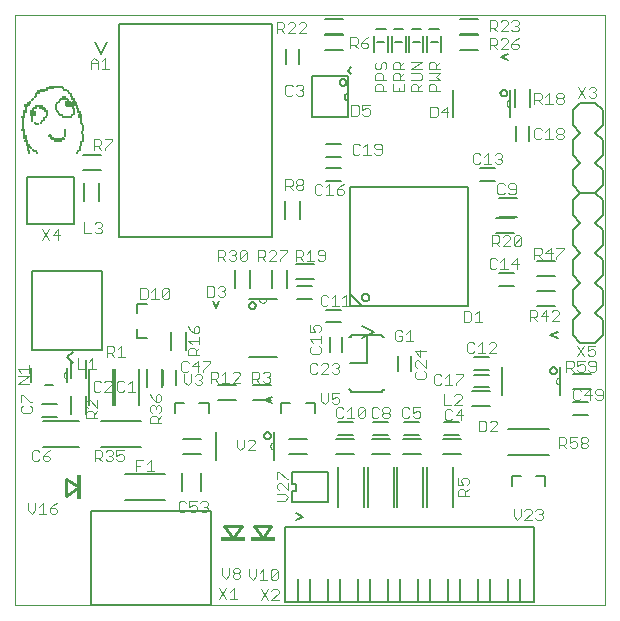
<source format=gto>
G75*
%MOIN*%
%OFA0B0*%
%FSLAX25Y25*%
%IPPOS*%
%LPD*%
%AMOC8*
5,1,8,0,0,1.08239X$1,22.5*
%
%ADD10C,0.00000*%
%ADD11C,0.00300*%
%ADD12C,0.00500*%
%ADD13C,0.00600*%
%ADD14C,0.00400*%
%ADD15C,0.00800*%
%ADD16R,0.00500X0.00500*%
%ADD17R,0.01000X0.00500*%
%ADD18R,0.01500X0.00500*%
%ADD19R,0.02500X0.00500*%
%ADD20R,0.04500X0.00500*%
%ADD21R,0.03500X0.00500*%
%ADD22R,0.02000X0.00500*%
%ADD23R,0.03000X0.00500*%
%ADD24R,0.04000X0.00500*%
%ADD25C,0.01000*%
%ADD26R,0.08268X0.01181*%
%ADD27R,0.01181X0.08268*%
D10*
X0000000Y0000000D02*
X0000000Y0196850D01*
X0196850Y0196850D01*
X0196850Y0000000D01*
X0000000Y0000000D01*
X0017517Y0075572D02*
X0017448Y0075574D01*
X0017380Y0075580D01*
X0017312Y0075590D01*
X0017245Y0075603D01*
X0017179Y0075621D01*
X0017114Y0075642D01*
X0017050Y0075667D01*
X0016988Y0075695D01*
X0016927Y0075727D01*
X0016868Y0075762D01*
X0016812Y0075801D01*
X0016757Y0075843D01*
X0016706Y0075888D01*
X0016656Y0075936D01*
X0016610Y0075986D01*
X0016567Y0076039D01*
X0016526Y0076095D01*
X0016489Y0076152D01*
X0016456Y0076212D01*
X0016425Y0076274D01*
X0016399Y0076337D01*
X0016376Y0076401D01*
X0016356Y0076467D01*
X0016341Y0076534D01*
X0016329Y0076601D01*
X0016321Y0076669D01*
X0016317Y0076738D01*
X0016317Y0076806D01*
X0016321Y0076875D01*
X0016329Y0076943D01*
X0016341Y0077010D01*
X0016356Y0077077D01*
X0016376Y0077143D01*
X0016399Y0077207D01*
X0016425Y0077270D01*
X0016456Y0077332D01*
X0016489Y0077392D01*
X0016526Y0077449D01*
X0016567Y0077505D01*
X0016610Y0077558D01*
X0016656Y0077608D01*
X0016706Y0077656D01*
X0016757Y0077701D01*
X0016812Y0077743D01*
X0016868Y0077782D01*
X0016927Y0077817D01*
X0016988Y0077849D01*
X0017050Y0077877D01*
X0017114Y0077902D01*
X0017179Y0077923D01*
X0017245Y0077941D01*
X0017312Y0077954D01*
X0017380Y0077964D01*
X0017448Y0077970D01*
X0017517Y0077972D01*
X0081477Y0102120D02*
X0081479Y0102051D01*
X0081485Y0101983D01*
X0081495Y0101915D01*
X0081508Y0101848D01*
X0081526Y0101782D01*
X0081547Y0101717D01*
X0081572Y0101653D01*
X0081600Y0101591D01*
X0081632Y0101530D01*
X0081667Y0101471D01*
X0081706Y0101415D01*
X0081748Y0101360D01*
X0081793Y0101309D01*
X0081841Y0101259D01*
X0081891Y0101213D01*
X0081944Y0101170D01*
X0082000Y0101129D01*
X0082057Y0101092D01*
X0082117Y0101059D01*
X0082179Y0101028D01*
X0082242Y0101002D01*
X0082306Y0100979D01*
X0082372Y0100959D01*
X0082439Y0100944D01*
X0082506Y0100932D01*
X0082574Y0100924D01*
X0082643Y0100920D01*
X0082711Y0100920D01*
X0082780Y0100924D01*
X0082848Y0100932D01*
X0082915Y0100944D01*
X0082982Y0100959D01*
X0083048Y0100979D01*
X0083112Y0101002D01*
X0083175Y0101028D01*
X0083237Y0101059D01*
X0083297Y0101092D01*
X0083354Y0101129D01*
X0083410Y0101170D01*
X0083463Y0101213D01*
X0083513Y0101259D01*
X0083561Y0101309D01*
X0083606Y0101360D01*
X0083648Y0101415D01*
X0083687Y0101471D01*
X0083722Y0101530D01*
X0083754Y0101591D01*
X0083782Y0101653D01*
X0083807Y0101717D01*
X0083828Y0101782D01*
X0083846Y0101848D01*
X0083859Y0101915D01*
X0083869Y0101983D01*
X0083875Y0102051D01*
X0083877Y0102120D01*
X0086372Y0054350D02*
X0086303Y0054348D01*
X0086235Y0054342D01*
X0086167Y0054332D01*
X0086100Y0054319D01*
X0086034Y0054301D01*
X0085969Y0054280D01*
X0085905Y0054255D01*
X0085843Y0054227D01*
X0085782Y0054195D01*
X0085723Y0054160D01*
X0085667Y0054121D01*
X0085612Y0054079D01*
X0085561Y0054034D01*
X0085511Y0053986D01*
X0085465Y0053936D01*
X0085422Y0053883D01*
X0085381Y0053827D01*
X0085344Y0053770D01*
X0085311Y0053710D01*
X0085280Y0053648D01*
X0085254Y0053585D01*
X0085231Y0053521D01*
X0085211Y0053455D01*
X0085196Y0053388D01*
X0085184Y0053321D01*
X0085176Y0053253D01*
X0085172Y0053184D01*
X0085172Y0053116D01*
X0085176Y0053047D01*
X0085184Y0052979D01*
X0085196Y0052912D01*
X0085211Y0052845D01*
X0085231Y0052779D01*
X0085254Y0052715D01*
X0085280Y0052652D01*
X0085311Y0052590D01*
X0085344Y0052530D01*
X0085381Y0052473D01*
X0085422Y0052417D01*
X0085465Y0052364D01*
X0085511Y0052314D01*
X0085561Y0052266D01*
X0085612Y0052221D01*
X0085667Y0052179D01*
X0085723Y0052140D01*
X0085782Y0052105D01*
X0085843Y0052073D01*
X0085905Y0052045D01*
X0085969Y0052020D01*
X0086034Y0051999D01*
X0086100Y0051981D01*
X0086167Y0051968D01*
X0086235Y0051958D01*
X0086303Y0051952D01*
X0086372Y0051950D01*
X0181647Y0073603D02*
X0181578Y0073605D01*
X0181510Y0073611D01*
X0181442Y0073621D01*
X0181375Y0073634D01*
X0181309Y0073652D01*
X0181244Y0073673D01*
X0181180Y0073698D01*
X0181118Y0073726D01*
X0181057Y0073758D01*
X0180998Y0073793D01*
X0180942Y0073832D01*
X0180887Y0073874D01*
X0180836Y0073919D01*
X0180786Y0073967D01*
X0180740Y0074017D01*
X0180697Y0074070D01*
X0180656Y0074126D01*
X0180619Y0074183D01*
X0180586Y0074243D01*
X0180555Y0074305D01*
X0180529Y0074368D01*
X0180506Y0074432D01*
X0180486Y0074498D01*
X0180471Y0074565D01*
X0180459Y0074632D01*
X0180451Y0074700D01*
X0180447Y0074769D01*
X0180447Y0074837D01*
X0180451Y0074906D01*
X0180459Y0074974D01*
X0180471Y0075041D01*
X0180486Y0075108D01*
X0180506Y0075174D01*
X0180529Y0075238D01*
X0180555Y0075301D01*
X0180586Y0075363D01*
X0180619Y0075423D01*
X0180656Y0075480D01*
X0180697Y0075536D01*
X0180740Y0075589D01*
X0180786Y0075639D01*
X0180836Y0075687D01*
X0180887Y0075732D01*
X0180942Y0075774D01*
X0180998Y0075813D01*
X0181057Y0075848D01*
X0181118Y0075880D01*
X0181180Y0075908D01*
X0181244Y0075933D01*
X0181309Y0075954D01*
X0181375Y0075972D01*
X0181442Y0075985D01*
X0181510Y0075995D01*
X0181578Y0076001D01*
X0181647Y0076003D01*
X0165112Y0166123D02*
X0165043Y0166125D01*
X0164975Y0166131D01*
X0164907Y0166141D01*
X0164840Y0166154D01*
X0164774Y0166172D01*
X0164709Y0166193D01*
X0164645Y0166218D01*
X0164583Y0166246D01*
X0164522Y0166278D01*
X0164463Y0166313D01*
X0164407Y0166352D01*
X0164352Y0166394D01*
X0164301Y0166439D01*
X0164251Y0166487D01*
X0164205Y0166537D01*
X0164162Y0166590D01*
X0164121Y0166646D01*
X0164084Y0166703D01*
X0164051Y0166763D01*
X0164020Y0166825D01*
X0163994Y0166888D01*
X0163971Y0166952D01*
X0163951Y0167018D01*
X0163936Y0167085D01*
X0163924Y0167152D01*
X0163916Y0167220D01*
X0163912Y0167289D01*
X0163912Y0167357D01*
X0163916Y0167426D01*
X0163924Y0167494D01*
X0163936Y0167561D01*
X0163951Y0167628D01*
X0163971Y0167694D01*
X0163994Y0167758D01*
X0164020Y0167821D01*
X0164051Y0167883D01*
X0164084Y0167943D01*
X0164121Y0168000D01*
X0164162Y0168056D01*
X0164205Y0168109D01*
X0164251Y0168159D01*
X0164301Y0168207D01*
X0164352Y0168252D01*
X0164407Y0168294D01*
X0164463Y0168333D01*
X0164522Y0168368D01*
X0164583Y0168400D01*
X0164645Y0168428D01*
X0164709Y0168453D01*
X0164774Y0168474D01*
X0164840Y0168492D01*
X0164907Y0168505D01*
X0164975Y0168515D01*
X0165043Y0168521D01*
X0165112Y0168523D01*
D11*
X0173241Y0168430D02*
X0175061Y0168430D01*
X0175667Y0169037D01*
X0175667Y0170250D01*
X0175061Y0170857D01*
X0173241Y0170857D01*
X0173241Y0167217D01*
X0174454Y0168430D02*
X0175667Y0167217D01*
X0176866Y0167217D02*
X0179292Y0167217D01*
X0178079Y0167217D02*
X0178079Y0170857D01*
X0176866Y0169644D01*
X0180491Y0169644D02*
X0180491Y0170250D01*
X0181098Y0170857D01*
X0182311Y0170857D01*
X0182918Y0170250D01*
X0182918Y0169644D01*
X0182311Y0169037D01*
X0181098Y0169037D01*
X0180491Y0169644D01*
X0181098Y0169037D02*
X0180491Y0168430D01*
X0180491Y0167824D01*
X0181098Y0167217D01*
X0182311Y0167217D01*
X0182918Y0167824D01*
X0182918Y0168430D01*
X0182311Y0169037D01*
X0182311Y0159046D02*
X0181098Y0159046D01*
X0180491Y0158439D01*
X0180491Y0157833D01*
X0181098Y0157226D01*
X0182311Y0157226D01*
X0182918Y0156619D01*
X0182918Y0156013D01*
X0182311Y0155406D01*
X0181098Y0155406D01*
X0180491Y0156013D01*
X0180491Y0156619D01*
X0181098Y0157226D01*
X0182311Y0157226D02*
X0182918Y0157833D01*
X0182918Y0158439D01*
X0182311Y0159046D01*
X0178079Y0159046D02*
X0178079Y0155406D01*
X0176866Y0155406D02*
X0179292Y0155406D01*
X0176866Y0157833D02*
X0178079Y0159046D01*
X0175667Y0158439D02*
X0175061Y0159046D01*
X0173847Y0159046D01*
X0173241Y0158439D01*
X0173241Y0156013D01*
X0173847Y0155406D01*
X0175061Y0155406D01*
X0175667Y0156013D01*
X0162445Y0150172D02*
X0162445Y0149565D01*
X0161838Y0148958D01*
X0162445Y0148352D01*
X0162445Y0147745D01*
X0161838Y0147138D01*
X0160625Y0147138D01*
X0160018Y0147745D01*
X0158820Y0147138D02*
X0156393Y0147138D01*
X0157607Y0147138D02*
X0157607Y0150778D01*
X0156393Y0149565D01*
X0155195Y0150172D02*
X0154588Y0150778D01*
X0153375Y0150778D01*
X0152768Y0150172D01*
X0152768Y0147745D01*
X0153375Y0147138D01*
X0154588Y0147138D01*
X0155195Y0147745D01*
X0160018Y0150172D02*
X0160625Y0150778D01*
X0161838Y0150778D01*
X0162445Y0150172D01*
X0161838Y0148958D02*
X0161232Y0148958D01*
X0161505Y0140680D02*
X0160898Y0140073D01*
X0160898Y0137646D01*
X0161505Y0137040D01*
X0162718Y0137040D01*
X0163325Y0137646D01*
X0164523Y0137646D02*
X0165130Y0137040D01*
X0166343Y0137040D01*
X0166950Y0137646D01*
X0166950Y0140073D01*
X0166343Y0140680D01*
X0165130Y0140680D01*
X0164523Y0140073D01*
X0164523Y0139466D01*
X0165130Y0138860D01*
X0166950Y0138860D01*
X0163325Y0140073D02*
X0162718Y0140680D01*
X0161505Y0140680D01*
X0160917Y0123337D02*
X0159097Y0123337D01*
X0159097Y0119697D01*
X0159097Y0120911D02*
X0160917Y0120911D01*
X0161524Y0121517D01*
X0161524Y0122731D01*
X0160917Y0123337D01*
X0162723Y0122731D02*
X0163329Y0123337D01*
X0164543Y0123337D01*
X0165149Y0122731D01*
X0165149Y0122124D01*
X0162723Y0119697D01*
X0165149Y0119697D01*
X0166348Y0120304D02*
X0168774Y0122731D01*
X0168774Y0120304D01*
X0168168Y0119697D01*
X0166954Y0119697D01*
X0166348Y0120304D01*
X0166348Y0122731D01*
X0166954Y0123337D01*
X0168168Y0123337D01*
X0168774Y0122731D01*
X0173241Y0119282D02*
X0175061Y0119282D01*
X0175667Y0118676D01*
X0175667Y0117462D01*
X0175061Y0116855D01*
X0173241Y0116855D01*
X0173241Y0115642D02*
X0173241Y0119282D01*
X0174454Y0116855D02*
X0175667Y0115642D01*
X0176866Y0117462D02*
X0179292Y0117462D01*
X0180491Y0116249D02*
X0180491Y0115642D01*
X0180491Y0116249D02*
X0182918Y0118676D01*
X0182918Y0119282D01*
X0180491Y0119282D01*
X0178686Y0119282D02*
X0178686Y0115642D01*
X0176866Y0117462D02*
X0178686Y0119282D01*
X0167350Y0115739D02*
X0167350Y0112099D01*
X0167957Y0113919D02*
X0165530Y0113919D01*
X0167350Y0115739D01*
X0163118Y0115739D02*
X0163118Y0112099D01*
X0161905Y0112099D02*
X0164332Y0112099D01*
X0161905Y0114526D02*
X0163118Y0115739D01*
X0160707Y0115132D02*
X0160100Y0115739D01*
X0158887Y0115739D01*
X0158280Y0115132D01*
X0158280Y0112705D01*
X0158887Y0112099D01*
X0160100Y0112099D01*
X0160707Y0112705D01*
X0161524Y0119697D02*
X0160311Y0120911D01*
X0154595Y0098239D02*
X0154595Y0094599D01*
X0155808Y0094599D02*
X0153381Y0094599D01*
X0152183Y0095205D02*
X0152183Y0097632D01*
X0151576Y0098239D01*
X0149756Y0098239D01*
X0149756Y0094599D01*
X0151576Y0094599D01*
X0152183Y0095205D01*
X0153381Y0097026D02*
X0154595Y0098239D01*
X0155638Y0087786D02*
X0154425Y0086573D01*
X0153226Y0087179D02*
X0152620Y0087786D01*
X0151406Y0087786D01*
X0150800Y0087179D01*
X0150800Y0084753D01*
X0151406Y0084146D01*
X0152620Y0084146D01*
X0153226Y0084753D01*
X0154425Y0084146D02*
X0156851Y0084146D01*
X0158050Y0084146D02*
X0160477Y0086573D01*
X0160477Y0087179D01*
X0159870Y0087786D01*
X0158657Y0087786D01*
X0158050Y0087179D01*
X0155638Y0087786D02*
X0155638Y0084146D01*
X0158050Y0084146D02*
X0160477Y0084146D01*
X0149453Y0077156D02*
X0149453Y0076550D01*
X0147026Y0074123D01*
X0147026Y0073516D01*
X0145828Y0073516D02*
X0143401Y0073516D01*
X0144614Y0073516D02*
X0144614Y0077156D01*
X0143401Y0075943D01*
X0142203Y0076550D02*
X0141596Y0077156D01*
X0140383Y0077156D01*
X0139776Y0076550D01*
X0139776Y0074123D01*
X0140383Y0073516D01*
X0141596Y0073516D01*
X0142203Y0074123D01*
X0142926Y0070463D02*
X0142926Y0066823D01*
X0145352Y0066823D01*
X0146551Y0066823D02*
X0148977Y0069250D01*
X0148977Y0069857D01*
X0148371Y0070463D01*
X0147157Y0070463D01*
X0146551Y0069857D01*
X0146551Y0066823D02*
X0148977Y0066823D01*
X0148764Y0065345D02*
X0146944Y0063525D01*
X0149371Y0063525D01*
X0148764Y0061705D02*
X0148764Y0065345D01*
X0145746Y0064739D02*
X0145139Y0065345D01*
X0143926Y0065345D01*
X0143319Y0064739D01*
X0143319Y0062312D01*
X0143926Y0061705D01*
X0145139Y0061705D01*
X0145746Y0062312D01*
X0135198Y0063099D02*
X0134591Y0062493D01*
X0133378Y0062493D01*
X0132771Y0063099D01*
X0131573Y0063099D02*
X0130966Y0062493D01*
X0129753Y0062493D01*
X0129146Y0063099D01*
X0129146Y0065526D01*
X0129753Y0066133D01*
X0130966Y0066133D01*
X0131573Y0065526D01*
X0132771Y0066133D02*
X0132771Y0064313D01*
X0133985Y0064919D01*
X0134591Y0064919D01*
X0135198Y0064313D01*
X0135198Y0063099D01*
X0135198Y0066133D02*
X0132771Y0066133D01*
X0124962Y0065526D02*
X0124962Y0064919D01*
X0124355Y0064313D01*
X0123142Y0064313D01*
X0122535Y0064919D01*
X0122535Y0065526D01*
X0123142Y0066133D01*
X0124355Y0066133D01*
X0124962Y0065526D01*
X0124355Y0064313D02*
X0124962Y0063706D01*
X0124962Y0063099D01*
X0124355Y0062493D01*
X0123142Y0062493D01*
X0122535Y0063099D01*
X0122535Y0063706D01*
X0123142Y0064313D01*
X0121337Y0065526D02*
X0120730Y0066133D01*
X0119517Y0066133D01*
X0118910Y0065526D01*
X0118910Y0063099D01*
X0119517Y0062493D01*
X0120730Y0062493D01*
X0121337Y0063099D01*
X0116776Y0063099D02*
X0116169Y0062493D01*
X0114956Y0062493D01*
X0114349Y0063099D01*
X0116776Y0065526D01*
X0116776Y0063099D01*
X0114349Y0063099D02*
X0114349Y0065526D01*
X0114956Y0066133D01*
X0116169Y0066133D01*
X0116776Y0065526D01*
X0113151Y0062493D02*
X0110724Y0062493D01*
X0111937Y0062493D02*
X0111937Y0066133D01*
X0110724Y0064919D01*
X0109526Y0065526D02*
X0108919Y0066133D01*
X0107705Y0066133D01*
X0107099Y0065526D01*
X0107099Y0063099D01*
X0107705Y0062493D01*
X0108919Y0062493D01*
X0109526Y0063099D01*
X0107544Y0067099D02*
X0106331Y0067099D01*
X0105724Y0067705D01*
X0105724Y0068919D02*
X0106937Y0069526D01*
X0107544Y0069526D01*
X0108151Y0068919D01*
X0108151Y0067705D01*
X0107544Y0067099D01*
X0105724Y0068919D02*
X0105724Y0070739D01*
X0108151Y0070739D01*
X0104526Y0070739D02*
X0104526Y0068312D01*
X0103312Y0067099D01*
X0102099Y0068312D01*
X0102099Y0070739D01*
X0102093Y0077178D02*
X0104519Y0079604D01*
X0104519Y0080211D01*
X0103913Y0080818D01*
X0102699Y0080818D01*
X0102093Y0080211D01*
X0100894Y0080211D02*
X0100288Y0080818D01*
X0099074Y0080818D01*
X0098467Y0080211D01*
X0098467Y0077784D01*
X0099074Y0077178D01*
X0100288Y0077178D01*
X0100894Y0077784D01*
X0102093Y0077178D02*
X0104519Y0077178D01*
X0105718Y0077784D02*
X0106324Y0077178D01*
X0107538Y0077178D01*
X0108144Y0077784D01*
X0108144Y0078391D01*
X0107538Y0078998D01*
X0106931Y0078998D01*
X0107538Y0078998D02*
X0108144Y0079604D01*
X0108144Y0080211D01*
X0107538Y0080818D01*
X0106324Y0080818D01*
X0105718Y0080211D01*
X0101956Y0084507D02*
X0101956Y0085721D01*
X0101350Y0086327D01*
X0101956Y0087526D02*
X0101956Y0089952D01*
X0101956Y0088739D02*
X0098316Y0088739D01*
X0099530Y0087526D01*
X0098923Y0086327D02*
X0098316Y0085721D01*
X0098316Y0084507D01*
X0098923Y0083901D01*
X0101350Y0083901D01*
X0101956Y0084507D01*
X0101350Y0091151D02*
X0101956Y0091758D01*
X0101956Y0092971D01*
X0101350Y0093578D01*
X0100136Y0093578D01*
X0099530Y0092971D01*
X0099530Y0092364D01*
X0100136Y0091151D01*
X0098316Y0091151D01*
X0098316Y0093578D01*
X0102587Y0099894D02*
X0101981Y0100501D01*
X0101981Y0102928D01*
X0102587Y0103534D01*
X0103801Y0103534D01*
X0104407Y0102928D01*
X0105606Y0102321D02*
X0106819Y0103534D01*
X0106819Y0099894D01*
X0105606Y0099894D02*
X0108033Y0099894D01*
X0109231Y0099894D02*
X0111658Y0099894D01*
X0110444Y0099894D02*
X0110444Y0103534D01*
X0109231Y0102321D01*
X0104407Y0100501D02*
X0103801Y0099894D01*
X0102587Y0099894D01*
X0102783Y0114855D02*
X0101570Y0114855D01*
X0100963Y0115461D01*
X0099765Y0114855D02*
X0097338Y0114855D01*
X0096140Y0114855D02*
X0094926Y0116068D01*
X0095533Y0116068D02*
X0093713Y0116068D01*
X0093713Y0114855D02*
X0093713Y0118495D01*
X0095533Y0118495D01*
X0096140Y0117888D01*
X0096140Y0116675D01*
X0095533Y0116068D01*
X0097338Y0117281D02*
X0098551Y0118495D01*
X0098551Y0114855D01*
X0100963Y0117281D02*
X0101570Y0116675D01*
X0103390Y0116675D01*
X0103390Y0117888D02*
X0103390Y0115461D01*
X0102783Y0114855D01*
X0100963Y0117281D02*
X0100963Y0117888D01*
X0101570Y0118495D01*
X0102783Y0118495D01*
X0103390Y0117888D01*
X0090792Y0117888D02*
X0088365Y0115461D01*
X0088365Y0114855D01*
X0087166Y0114855D02*
X0084740Y0114855D01*
X0087166Y0117281D01*
X0087166Y0117888D01*
X0086560Y0118495D01*
X0085346Y0118495D01*
X0084740Y0117888D01*
X0083541Y0117888D02*
X0083541Y0116675D01*
X0082935Y0116068D01*
X0081115Y0116068D01*
X0082328Y0116068D02*
X0083541Y0114855D01*
X0081115Y0114855D02*
X0081115Y0118495D01*
X0082935Y0118495D01*
X0083541Y0117888D01*
X0088365Y0118495D02*
X0090792Y0118495D01*
X0090792Y0117888D01*
X0077406Y0117888D02*
X0077406Y0115461D01*
X0076799Y0114855D01*
X0075586Y0114855D01*
X0074979Y0115461D01*
X0077406Y0117888D01*
X0076799Y0118495D01*
X0075586Y0118495D01*
X0074979Y0117888D01*
X0074979Y0115461D01*
X0073781Y0115461D02*
X0073174Y0114855D01*
X0071961Y0114855D01*
X0071354Y0115461D01*
X0070155Y0114855D02*
X0068942Y0116068D01*
X0069549Y0116068D02*
X0067729Y0116068D01*
X0067729Y0114855D02*
X0067729Y0118495D01*
X0069549Y0118495D01*
X0070155Y0117888D01*
X0070155Y0116675D01*
X0069549Y0116068D01*
X0071354Y0117888D02*
X0071961Y0118495D01*
X0073174Y0118495D01*
X0073781Y0117888D01*
X0073781Y0117281D01*
X0073174Y0116675D01*
X0073781Y0116068D01*
X0073781Y0115461D01*
X0073174Y0116675D02*
X0072567Y0116675D01*
X0051540Y0105172D02*
X0051540Y0102745D01*
X0050933Y0102138D01*
X0049720Y0102138D01*
X0049113Y0102745D01*
X0051540Y0105172D01*
X0050933Y0105778D01*
X0049720Y0105778D01*
X0049113Y0105172D01*
X0049113Y0102745D01*
X0047914Y0102138D02*
X0045488Y0102138D01*
X0046701Y0102138D02*
X0046701Y0105778D01*
X0045488Y0104565D01*
X0044289Y0105172D02*
X0044289Y0102745D01*
X0043683Y0102138D01*
X0041863Y0102138D01*
X0041863Y0105778D01*
X0043683Y0105778D01*
X0044289Y0105172D01*
X0057883Y0093154D02*
X0058490Y0091940D01*
X0059703Y0090727D01*
X0059703Y0092547D01*
X0060310Y0093154D01*
X0060917Y0093154D01*
X0061523Y0092547D01*
X0061523Y0091334D01*
X0060917Y0090727D01*
X0059703Y0090727D01*
X0061523Y0089529D02*
X0061523Y0087102D01*
X0061523Y0085904D02*
X0060310Y0084690D01*
X0060310Y0085297D02*
X0060310Y0083477D01*
X0061523Y0083477D02*
X0057883Y0083477D01*
X0057883Y0085297D01*
X0058490Y0085904D01*
X0059703Y0085904D01*
X0060310Y0085297D01*
X0059096Y0087102D02*
X0057883Y0088315D01*
X0061523Y0088315D01*
X0060969Y0081487D02*
X0059149Y0079667D01*
X0061576Y0079667D01*
X0062774Y0078454D02*
X0062774Y0077847D01*
X0062774Y0078454D02*
X0065201Y0080880D01*
X0065201Y0081487D01*
X0062774Y0081487D01*
X0060969Y0081487D02*
X0060969Y0077847D01*
X0060661Y0077038D02*
X0061875Y0077038D01*
X0062481Y0076431D01*
X0062481Y0075825D01*
X0061875Y0075218D01*
X0062481Y0074611D01*
X0062481Y0074005D01*
X0061875Y0073398D01*
X0060661Y0073398D01*
X0060055Y0074005D01*
X0058856Y0074611D02*
X0058856Y0077038D01*
X0060055Y0076431D02*
X0060661Y0077038D01*
X0061268Y0075218D02*
X0061875Y0075218D01*
X0058856Y0074611D02*
X0057643Y0073398D01*
X0056430Y0074611D01*
X0056430Y0077038D01*
X0056131Y0077847D02*
X0057344Y0077847D01*
X0057951Y0078454D01*
X0056131Y0077847D02*
X0055524Y0078454D01*
X0055524Y0080880D01*
X0056131Y0081487D01*
X0057344Y0081487D01*
X0057951Y0080880D01*
X0065367Y0077944D02*
X0065367Y0074304D01*
X0065367Y0075517D02*
X0067187Y0075517D01*
X0067793Y0076124D01*
X0067793Y0077337D01*
X0067187Y0077944D01*
X0065367Y0077944D01*
X0066580Y0075517D02*
X0067793Y0074304D01*
X0068992Y0074304D02*
X0071418Y0074304D01*
X0072617Y0074304D02*
X0075044Y0076730D01*
X0075044Y0077337D01*
X0074437Y0077944D01*
X0073223Y0077944D01*
X0072617Y0077337D01*
X0070205Y0077944D02*
X0070205Y0074304D01*
X0072617Y0074304D02*
X0075044Y0074304D01*
X0079146Y0074304D02*
X0079146Y0077944D01*
X0080966Y0077944D01*
X0081573Y0077337D01*
X0081573Y0076124D01*
X0080966Y0075517D01*
X0079146Y0075517D01*
X0080359Y0075517D02*
X0081573Y0074304D01*
X0082771Y0074910D02*
X0083378Y0074304D01*
X0084591Y0074304D01*
X0085198Y0074910D01*
X0085198Y0075517D01*
X0084591Y0076124D01*
X0083985Y0076124D01*
X0084591Y0076124D02*
X0085198Y0076730D01*
X0085198Y0077337D01*
X0084591Y0077944D01*
X0083378Y0077944D01*
X0082771Y0077337D01*
X0070205Y0077944D02*
X0068992Y0076730D01*
X0048807Y0069743D02*
X0048200Y0070349D01*
X0047593Y0070349D01*
X0046987Y0069743D01*
X0046987Y0067922D01*
X0048200Y0067922D01*
X0048807Y0068529D01*
X0048807Y0069743D01*
X0046987Y0067922D02*
X0045773Y0069136D01*
X0045167Y0070349D01*
X0045773Y0066724D02*
X0045167Y0066117D01*
X0045167Y0064904D01*
X0045773Y0064297D01*
X0045773Y0063099D02*
X0045167Y0062492D01*
X0045167Y0060672D01*
X0048807Y0060672D01*
X0047593Y0060672D02*
X0047593Y0062492D01*
X0046987Y0063099D01*
X0045773Y0063099D01*
X0047593Y0061886D02*
X0048807Y0063099D01*
X0048200Y0064297D02*
X0048807Y0064904D01*
X0048807Y0066117D01*
X0048200Y0066724D01*
X0047593Y0066724D01*
X0046987Y0066117D01*
X0046987Y0065511D01*
X0046987Y0066117D02*
X0046380Y0066724D01*
X0045773Y0066724D01*
X0040178Y0071292D02*
X0037752Y0071292D01*
X0038965Y0071292D02*
X0038965Y0074932D01*
X0037752Y0073718D01*
X0036553Y0074325D02*
X0035946Y0074932D01*
X0034733Y0074932D01*
X0034126Y0074325D01*
X0034126Y0071898D01*
X0034733Y0071292D01*
X0035946Y0071292D01*
X0036553Y0071898D01*
X0032304Y0071292D02*
X0029877Y0071292D01*
X0032304Y0073718D01*
X0032304Y0074325D01*
X0031698Y0074932D01*
X0030484Y0074932D01*
X0029877Y0074325D01*
X0028679Y0074325D02*
X0028072Y0074932D01*
X0026859Y0074932D01*
X0026252Y0074325D01*
X0026252Y0071898D01*
X0026859Y0071292D01*
X0028072Y0071292D01*
X0028679Y0071898D01*
X0027547Y0068381D02*
X0027547Y0065954D01*
X0025120Y0068381D01*
X0024513Y0068381D01*
X0023907Y0067774D01*
X0023907Y0066561D01*
X0024513Y0065954D01*
X0024513Y0064756D02*
X0025727Y0064756D01*
X0026333Y0064149D01*
X0026333Y0062329D01*
X0026333Y0063542D02*
X0027547Y0064756D01*
X0027547Y0062329D02*
X0023907Y0062329D01*
X0023907Y0064149D01*
X0024513Y0064756D01*
X0026646Y0051703D02*
X0028466Y0051703D01*
X0029073Y0051097D01*
X0029073Y0049883D01*
X0028466Y0049277D01*
X0026646Y0049277D01*
X0027859Y0049277D02*
X0029073Y0048063D01*
X0030271Y0048670D02*
X0030878Y0048063D01*
X0032091Y0048063D01*
X0032698Y0048670D01*
X0032698Y0049277D01*
X0032091Y0049883D01*
X0031485Y0049883D01*
X0032091Y0049883D02*
X0032698Y0050490D01*
X0032698Y0051097D01*
X0032091Y0051703D01*
X0030878Y0051703D01*
X0030271Y0051097D01*
X0033896Y0051703D02*
X0033896Y0049883D01*
X0035110Y0050490D01*
X0035716Y0050490D01*
X0036323Y0049883D01*
X0036323Y0048670D01*
X0035716Y0048063D01*
X0034503Y0048063D01*
X0033896Y0048670D01*
X0033896Y0051703D02*
X0036323Y0051703D01*
X0040419Y0048396D02*
X0042846Y0048396D01*
X0044045Y0047183D02*
X0045258Y0048396D01*
X0045258Y0044756D01*
X0044045Y0044756D02*
X0046471Y0044756D01*
X0041633Y0046576D02*
X0040419Y0046576D01*
X0040419Y0044756D02*
X0040419Y0048396D01*
X0026646Y0048063D02*
X0026646Y0051703D01*
X0011832Y0051703D02*
X0010618Y0051097D01*
X0009405Y0049883D01*
X0011225Y0049883D01*
X0011832Y0049277D01*
X0011832Y0048670D01*
X0011225Y0048063D01*
X0010012Y0048063D01*
X0009405Y0048670D01*
X0009405Y0049883D01*
X0008207Y0048670D02*
X0007600Y0048063D01*
X0006387Y0048063D01*
X0005780Y0048670D01*
X0005780Y0051097D01*
X0006387Y0051703D01*
X0007600Y0051703D01*
X0008207Y0051097D01*
X0005011Y0064185D02*
X0002584Y0064185D01*
X0001978Y0064792D01*
X0001978Y0066005D01*
X0002584Y0066612D01*
X0001978Y0067811D02*
X0001978Y0070237D01*
X0002584Y0070237D01*
X0005011Y0067811D01*
X0005618Y0067811D01*
X0005011Y0066612D02*
X0005618Y0066005D01*
X0005618Y0064792D01*
X0005011Y0064185D01*
X0004655Y0073970D02*
X0001015Y0073970D01*
X0004655Y0076396D01*
X0001015Y0076396D01*
X0002228Y0077595D02*
X0001015Y0078808D01*
X0004655Y0078808D01*
X0004655Y0077595D02*
X0004655Y0080022D01*
X0021049Y0078890D02*
X0023476Y0078890D01*
X0024674Y0078890D02*
X0027101Y0078890D01*
X0025888Y0078890D02*
X0025888Y0082530D01*
X0024674Y0081317D01*
X0021049Y0082530D02*
X0021049Y0078890D01*
X0030721Y0082965D02*
X0030721Y0086605D01*
X0032541Y0086605D01*
X0033148Y0085998D01*
X0033148Y0084785D01*
X0032541Y0084178D01*
X0030721Y0084178D01*
X0031934Y0084178D02*
X0033148Y0082965D01*
X0034346Y0082965D02*
X0036773Y0082965D01*
X0035559Y0082965D02*
X0035559Y0086605D01*
X0034346Y0085392D01*
X0014487Y0121804D02*
X0014487Y0125444D01*
X0012667Y0123624D01*
X0015093Y0123624D01*
X0011468Y0125444D02*
X0009041Y0121804D01*
X0011468Y0121804D02*
X0009041Y0125444D01*
X0022959Y0124028D02*
X0025386Y0124028D01*
X0026584Y0124635D02*
X0027191Y0124028D01*
X0028404Y0124028D01*
X0029011Y0124635D01*
X0029011Y0125241D01*
X0028404Y0125848D01*
X0027797Y0125848D01*
X0028404Y0125848D02*
X0029011Y0126455D01*
X0029011Y0127061D01*
X0028404Y0127668D01*
X0027191Y0127668D01*
X0026584Y0127061D01*
X0022959Y0127668D02*
X0022959Y0124028D01*
X0026390Y0151863D02*
X0026390Y0155503D01*
X0028210Y0155503D01*
X0028817Y0154896D01*
X0028817Y0153683D01*
X0028210Y0153076D01*
X0026390Y0153076D01*
X0027604Y0153076D02*
X0028817Y0151863D01*
X0030015Y0151863D02*
X0030015Y0152469D01*
X0032442Y0154896D01*
X0032442Y0155503D01*
X0030015Y0155503D01*
X0030146Y0178930D02*
X0030146Y0182570D01*
X0028933Y0181356D01*
X0027734Y0181356D02*
X0027734Y0178930D01*
X0028933Y0178930D02*
X0031359Y0178930D01*
X0027734Y0180750D02*
X0025307Y0180750D01*
X0025307Y0181356D02*
X0025307Y0178930D01*
X0025307Y0181356D02*
X0026521Y0182570D01*
X0027734Y0181356D01*
X0087414Y0190839D02*
X0087414Y0194479D01*
X0089234Y0194479D01*
X0089841Y0193872D01*
X0089841Y0192659D01*
X0089234Y0192052D01*
X0087414Y0192052D01*
X0088627Y0192052D02*
X0089841Y0190839D01*
X0091039Y0190839D02*
X0093466Y0193266D01*
X0093466Y0193872D01*
X0092859Y0194479D01*
X0091646Y0194479D01*
X0091039Y0193872D01*
X0091039Y0190839D02*
X0093466Y0190839D01*
X0094664Y0190839D02*
X0097091Y0193266D01*
X0097091Y0193872D01*
X0096484Y0194479D01*
X0095271Y0194479D01*
X0094664Y0193872D01*
X0094664Y0190839D02*
X0097091Y0190839D01*
X0111823Y0189361D02*
X0111823Y0185721D01*
X0111823Y0186934D02*
X0113643Y0186934D01*
X0114250Y0187541D01*
X0114250Y0188754D01*
X0113643Y0189361D01*
X0111823Y0189361D01*
X0115448Y0187541D02*
X0117268Y0187541D01*
X0117875Y0186934D01*
X0117875Y0186328D01*
X0117268Y0185721D01*
X0116055Y0185721D01*
X0115448Y0186328D01*
X0115448Y0187541D01*
X0116662Y0188754D01*
X0117875Y0189361D01*
X0114250Y0185721D02*
X0113037Y0186934D01*
X0120226Y0180480D02*
X0120226Y0179267D01*
X0120832Y0178660D01*
X0121439Y0178660D01*
X0122046Y0179267D01*
X0122046Y0180480D01*
X0122652Y0181087D01*
X0123259Y0181087D01*
X0123866Y0180480D01*
X0123866Y0179267D01*
X0123259Y0178660D01*
X0122046Y0177462D02*
X0122652Y0176855D01*
X0122652Y0175035D01*
X0123866Y0175035D02*
X0120226Y0175035D01*
X0120226Y0176855D01*
X0120832Y0177462D01*
X0122046Y0177462D01*
X0120226Y0180480D02*
X0120832Y0181087D01*
X0126131Y0180480D02*
X0126131Y0178660D01*
X0129771Y0178660D01*
X0129771Y0177462D02*
X0128558Y0176248D01*
X0128558Y0176855D02*
X0128558Y0175035D01*
X0129771Y0175035D02*
X0126131Y0175035D01*
X0126131Y0176855D01*
X0126738Y0177462D01*
X0127951Y0177462D01*
X0128558Y0176855D01*
X0128558Y0178660D02*
X0128558Y0180480D01*
X0127951Y0181087D01*
X0126738Y0181087D01*
X0126131Y0180480D01*
X0128558Y0179873D02*
X0129771Y0181087D01*
X0132037Y0181087D02*
X0135677Y0181087D01*
X0132037Y0178660D01*
X0135677Y0178660D01*
X0135070Y0177462D02*
X0135677Y0176855D01*
X0135677Y0175642D01*
X0135070Y0175035D01*
X0132037Y0175035D01*
X0132643Y0173837D02*
X0133857Y0173837D01*
X0134463Y0173230D01*
X0134463Y0171410D01*
X0134463Y0172623D02*
X0135677Y0173837D01*
X0137942Y0173230D02*
X0137942Y0171410D01*
X0141582Y0171410D01*
X0140369Y0171410D02*
X0140369Y0173230D01*
X0139762Y0173837D01*
X0138549Y0173837D01*
X0137942Y0173230D01*
X0137942Y0175035D02*
X0141582Y0175035D01*
X0140369Y0176248D01*
X0141582Y0177462D01*
X0137942Y0177462D01*
X0137942Y0178660D02*
X0137942Y0180480D01*
X0138549Y0181087D01*
X0139762Y0181087D01*
X0140369Y0180480D01*
X0140369Y0178660D01*
X0141582Y0178660D02*
X0137942Y0178660D01*
X0140369Y0179873D02*
X0141582Y0181087D01*
X0135070Y0177462D02*
X0132037Y0177462D01*
X0132643Y0173837D02*
X0132037Y0173230D01*
X0132037Y0171410D01*
X0135677Y0171410D01*
X0129771Y0171410D02*
X0129771Y0173837D01*
X0127951Y0172623D02*
X0127951Y0171410D01*
X0126131Y0171410D02*
X0126131Y0173837D01*
X0126131Y0171410D02*
X0129771Y0171410D01*
X0123866Y0171410D02*
X0120226Y0171410D01*
X0120226Y0173230D01*
X0120832Y0173837D01*
X0122046Y0173837D01*
X0122652Y0173230D01*
X0122652Y0171410D01*
X0118271Y0166940D02*
X0115844Y0166940D01*
X0115844Y0165120D01*
X0117058Y0165726D01*
X0117664Y0165726D01*
X0118271Y0165120D01*
X0118271Y0163906D01*
X0117664Y0163300D01*
X0116451Y0163300D01*
X0115844Y0163906D01*
X0114646Y0163906D02*
X0114646Y0166333D01*
X0114039Y0166940D01*
X0112219Y0166940D01*
X0112219Y0163300D01*
X0114039Y0163300D01*
X0114646Y0163906D01*
X0114431Y0153928D02*
X0113217Y0153928D01*
X0112611Y0153321D01*
X0112611Y0150894D01*
X0113217Y0150288D01*
X0114431Y0150288D01*
X0115037Y0150894D01*
X0116236Y0150288D02*
X0118662Y0150288D01*
X0117449Y0150288D02*
X0117449Y0153928D01*
X0116236Y0152715D01*
X0115037Y0153321D02*
X0114431Y0153928D01*
X0119861Y0153321D02*
X0119861Y0152715D01*
X0120468Y0152108D01*
X0122288Y0152108D01*
X0122288Y0153321D02*
X0122288Y0150894D01*
X0121681Y0150288D01*
X0120468Y0150288D01*
X0119861Y0150894D01*
X0119861Y0153321D02*
X0120468Y0153928D01*
X0121681Y0153928D01*
X0122288Y0153321D01*
X0109689Y0140542D02*
X0108476Y0139935D01*
X0107262Y0138722D01*
X0109083Y0138722D01*
X0109689Y0138115D01*
X0109689Y0137509D01*
X0109083Y0136902D01*
X0107869Y0136902D01*
X0107262Y0137509D01*
X0107262Y0138722D01*
X0106064Y0136902D02*
X0103637Y0136902D01*
X0104851Y0136902D02*
X0104851Y0140542D01*
X0103637Y0139329D01*
X0102439Y0139935D02*
X0101832Y0140542D01*
X0100619Y0140542D01*
X0100012Y0139935D01*
X0100012Y0137509D01*
X0100619Y0136902D01*
X0101832Y0136902D01*
X0102439Y0137509D01*
X0096222Y0139083D02*
X0095615Y0138477D01*
X0094402Y0138477D01*
X0093795Y0139083D01*
X0093795Y0139690D01*
X0094402Y0140297D01*
X0095615Y0140297D01*
X0096222Y0139690D01*
X0096222Y0139083D01*
X0095615Y0140297D02*
X0096222Y0140904D01*
X0096222Y0141510D01*
X0095615Y0142117D01*
X0094402Y0142117D01*
X0093795Y0141510D01*
X0093795Y0140904D01*
X0094402Y0140297D01*
X0092596Y0140297D02*
X0091990Y0139690D01*
X0090170Y0139690D01*
X0091383Y0139690D02*
X0092596Y0138477D01*
X0092596Y0140297D02*
X0092596Y0141510D01*
X0091990Y0142117D01*
X0090170Y0142117D01*
X0090170Y0138477D01*
X0090776Y0169973D02*
X0091990Y0169973D01*
X0092596Y0170580D01*
X0093795Y0170580D02*
X0094402Y0169973D01*
X0095615Y0169973D01*
X0096222Y0170580D01*
X0096222Y0171186D01*
X0095615Y0171793D01*
X0095008Y0171793D01*
X0095615Y0171793D02*
X0096222Y0172400D01*
X0096222Y0173006D01*
X0095615Y0173613D01*
X0094402Y0173613D01*
X0093795Y0173006D01*
X0092596Y0173006D02*
X0091990Y0173613D01*
X0090776Y0173613D01*
X0090170Y0173006D01*
X0090170Y0170580D01*
X0090776Y0169973D01*
X0158310Y0185445D02*
X0158310Y0189085D01*
X0160130Y0189085D01*
X0160737Y0188479D01*
X0160737Y0187265D01*
X0160130Y0186659D01*
X0158310Y0186659D01*
X0159523Y0186659D02*
X0160737Y0185445D01*
X0161935Y0185445D02*
X0164362Y0187872D01*
X0164362Y0188479D01*
X0163755Y0189085D01*
X0162542Y0189085D01*
X0161935Y0188479D01*
X0161935Y0185445D02*
X0164362Y0185445D01*
X0165560Y0186052D02*
X0166167Y0185445D01*
X0167380Y0185445D01*
X0167987Y0186052D01*
X0167987Y0186659D01*
X0167380Y0187265D01*
X0165560Y0187265D01*
X0165560Y0186052D01*
X0165560Y0187265D02*
X0166774Y0188479D01*
X0167987Y0189085D01*
X0167380Y0191351D02*
X0166167Y0191351D01*
X0165560Y0191957D01*
X0164362Y0191351D02*
X0161935Y0191351D01*
X0164362Y0193778D01*
X0164362Y0194384D01*
X0163755Y0194991D01*
X0162542Y0194991D01*
X0161935Y0194384D01*
X0160737Y0194384D02*
X0160737Y0193171D01*
X0160130Y0192564D01*
X0158310Y0192564D01*
X0158310Y0191351D02*
X0158310Y0194991D01*
X0160130Y0194991D01*
X0160737Y0194384D01*
X0159523Y0192564D02*
X0160737Y0191351D01*
X0165560Y0194384D02*
X0166167Y0194991D01*
X0167380Y0194991D01*
X0167987Y0194384D01*
X0167987Y0193778D01*
X0167380Y0193171D01*
X0167987Y0192564D01*
X0167987Y0191957D01*
X0167380Y0191351D01*
X0167380Y0193171D02*
X0166774Y0193171D01*
X0171666Y0098416D02*
X0173486Y0098416D01*
X0174092Y0097809D01*
X0174092Y0096596D01*
X0173486Y0095989D01*
X0171666Y0095989D01*
X0171666Y0094776D02*
X0171666Y0098416D01*
X0172879Y0095989D02*
X0174092Y0094776D01*
X0175291Y0096596D02*
X0177718Y0096596D01*
X0178916Y0097809D02*
X0179523Y0098416D01*
X0180736Y0098416D01*
X0181343Y0097809D01*
X0181343Y0097203D01*
X0178916Y0094776D01*
X0181343Y0094776D01*
X0177111Y0094776D02*
X0177111Y0098416D01*
X0175291Y0096596D01*
X0183901Y0081605D02*
X0185721Y0081605D01*
X0186327Y0080998D01*
X0186327Y0079785D01*
X0185721Y0079178D01*
X0183901Y0079178D01*
X0185114Y0079178D02*
X0186327Y0077965D01*
X0187526Y0078572D02*
X0188132Y0077965D01*
X0189346Y0077965D01*
X0189952Y0078572D01*
X0189952Y0079785D01*
X0189346Y0080392D01*
X0188739Y0080392D01*
X0187526Y0079785D01*
X0187526Y0081605D01*
X0189952Y0081605D01*
X0191151Y0080998D02*
X0191151Y0080392D01*
X0191758Y0079785D01*
X0193578Y0079785D01*
X0193578Y0078572D02*
X0193578Y0080998D01*
X0192971Y0081605D01*
X0191758Y0081605D01*
X0191151Y0080998D01*
X0191151Y0078572D02*
X0191758Y0077965D01*
X0192971Y0077965D01*
X0193578Y0078572D01*
X0194090Y0072038D02*
X0193483Y0071431D01*
X0193483Y0070825D01*
X0194090Y0070218D01*
X0195910Y0070218D01*
X0195910Y0069005D02*
X0195910Y0071431D01*
X0195303Y0072038D01*
X0194090Y0072038D01*
X0191678Y0072038D02*
X0191678Y0068398D01*
X0193483Y0069005D02*
X0194090Y0068398D01*
X0195303Y0068398D01*
X0195910Y0069005D01*
X0192285Y0070218D02*
X0189858Y0070218D01*
X0191678Y0072038D01*
X0188659Y0071431D02*
X0188053Y0072038D01*
X0186839Y0072038D01*
X0186233Y0071431D01*
X0186233Y0069005D01*
X0186839Y0068398D01*
X0188053Y0068398D01*
X0188659Y0069005D01*
X0183901Y0077965D02*
X0183901Y0081605D01*
X0183191Y0056034D02*
X0181370Y0056034D01*
X0181370Y0052394D01*
X0181370Y0053607D02*
X0183191Y0053607D01*
X0183797Y0054214D01*
X0183797Y0055428D01*
X0183191Y0056034D01*
X0184996Y0056034D02*
X0184996Y0054214D01*
X0186209Y0054821D01*
X0186816Y0054821D01*
X0187422Y0054214D01*
X0187422Y0053001D01*
X0186816Y0052394D01*
X0185602Y0052394D01*
X0184996Y0053001D01*
X0183797Y0052394D02*
X0182584Y0053607D01*
X0184996Y0056034D02*
X0187422Y0056034D01*
X0188621Y0055428D02*
X0188621Y0054821D01*
X0189227Y0054214D01*
X0190441Y0054214D01*
X0191047Y0053607D01*
X0191047Y0053001D01*
X0190441Y0052394D01*
X0189227Y0052394D01*
X0188621Y0053001D01*
X0188621Y0053607D01*
X0189227Y0054214D01*
X0190441Y0054214D02*
X0191047Y0054821D01*
X0191047Y0055428D01*
X0190441Y0056034D01*
X0189227Y0056034D01*
X0188621Y0055428D01*
X0175342Y0032156D02*
X0174129Y0032156D01*
X0173522Y0031550D01*
X0172324Y0031550D02*
X0172324Y0030943D01*
X0169897Y0028516D01*
X0172324Y0028516D01*
X0173522Y0029123D02*
X0174129Y0028516D01*
X0175342Y0028516D01*
X0175949Y0029123D01*
X0175949Y0029730D01*
X0175342Y0030336D01*
X0174736Y0030336D01*
X0175342Y0030336D02*
X0175949Y0030943D01*
X0175949Y0031550D01*
X0175342Y0032156D01*
X0172324Y0031550D02*
X0171717Y0032156D01*
X0170504Y0032156D01*
X0169897Y0031550D01*
X0168699Y0032156D02*
X0168699Y0029730D01*
X0167485Y0028516D01*
X0166272Y0029730D01*
X0166272Y0032156D01*
X0151307Y0036482D02*
X0147667Y0036482D01*
X0147667Y0038302D01*
X0148273Y0038909D01*
X0149487Y0038909D01*
X0150093Y0038302D01*
X0150093Y0036482D01*
X0150093Y0037696D02*
X0151307Y0038909D01*
X0150700Y0040108D02*
X0151307Y0040714D01*
X0151307Y0041928D01*
X0150700Y0042534D01*
X0149487Y0042534D01*
X0148880Y0041928D01*
X0148880Y0041321D01*
X0149487Y0040108D01*
X0147667Y0040108D01*
X0147667Y0042534D01*
X0136389Y0075633D02*
X0133962Y0075633D01*
X0133356Y0076240D01*
X0133356Y0077453D01*
X0133962Y0078060D01*
X0133962Y0079258D02*
X0133356Y0079865D01*
X0133356Y0081078D01*
X0133962Y0081685D01*
X0134569Y0081685D01*
X0136996Y0079258D01*
X0136996Y0081685D01*
X0135176Y0082883D02*
X0135176Y0085310D01*
X0136996Y0084703D02*
X0133356Y0084703D01*
X0135176Y0082883D01*
X0132816Y0088103D02*
X0130389Y0088103D01*
X0131603Y0088103D02*
X0131603Y0091743D01*
X0130389Y0090529D01*
X0129191Y0089923D02*
X0127978Y0089923D01*
X0129191Y0089923D02*
X0129191Y0088709D01*
X0128584Y0088103D01*
X0127371Y0088103D01*
X0126764Y0088709D01*
X0126764Y0091136D01*
X0127371Y0091743D01*
X0128584Y0091743D01*
X0129191Y0091136D01*
X0136389Y0078060D02*
X0136996Y0077453D01*
X0136996Y0076240D01*
X0136389Y0075633D01*
X0147026Y0077156D02*
X0149453Y0077156D01*
X0091189Y0042046D02*
X0090582Y0042046D01*
X0088155Y0044473D01*
X0087548Y0044473D01*
X0087548Y0042046D01*
X0088155Y0040848D02*
X0087548Y0040241D01*
X0087548Y0039027D01*
X0088155Y0038421D01*
X0087548Y0037222D02*
X0089975Y0037222D01*
X0091189Y0036009D01*
X0089975Y0034796D01*
X0087548Y0034796D01*
X0091189Y0038421D02*
X0088762Y0040848D01*
X0088155Y0040848D01*
X0091189Y0040848D02*
X0091189Y0038421D01*
X0064276Y0034168D02*
X0064276Y0033561D01*
X0063669Y0032954D01*
X0064276Y0032348D01*
X0064276Y0031741D01*
X0063669Y0031134D01*
X0062456Y0031134D01*
X0061849Y0031741D01*
X0060651Y0031741D02*
X0060044Y0031134D01*
X0058831Y0031134D01*
X0058224Y0031741D01*
X0057026Y0031741D02*
X0056419Y0031134D01*
X0055205Y0031134D01*
X0054599Y0031741D01*
X0054599Y0034168D01*
X0055205Y0034774D01*
X0056419Y0034774D01*
X0057026Y0034168D01*
X0058224Y0034774D02*
X0058224Y0032954D01*
X0059437Y0033561D01*
X0060044Y0033561D01*
X0060651Y0032954D01*
X0060651Y0031741D01*
X0063062Y0032954D02*
X0063669Y0032954D01*
X0064276Y0034168D02*
X0063669Y0034774D01*
X0062456Y0034774D01*
X0061849Y0034168D01*
X0060651Y0034774D02*
X0058224Y0034774D01*
X0068103Y0005680D02*
X0070529Y0002040D01*
X0071728Y0002040D02*
X0074155Y0002040D01*
X0072941Y0002040D02*
X0072941Y0005680D01*
X0071728Y0004466D01*
X0070529Y0005680D02*
X0068103Y0002040D01*
X0081945Y0001733D02*
X0084372Y0005373D01*
X0085570Y0004766D02*
X0086177Y0005373D01*
X0087390Y0005373D01*
X0087997Y0004766D01*
X0087997Y0004159D01*
X0085570Y0001733D01*
X0087997Y0001733D01*
X0084372Y0001733D02*
X0081945Y0005373D01*
D12*
X0089957Y0001280D02*
X0089957Y0026280D01*
X0172957Y0026280D01*
X0172957Y0001280D01*
X0089957Y0001280D01*
X0094457Y0001780D02*
X0094457Y0008780D01*
X0098457Y0008780D02*
X0098457Y0001780D01*
X0104457Y0001780D02*
X0104457Y0008780D01*
X0108457Y0008780D02*
X0108457Y0001780D01*
X0114457Y0001780D02*
X0114457Y0008780D01*
X0118457Y0008780D02*
X0118457Y0001780D01*
X0124457Y0001780D02*
X0124457Y0008780D01*
X0128457Y0008780D02*
X0128457Y0001780D01*
X0134457Y0001780D02*
X0134457Y0008780D01*
X0138457Y0008780D02*
X0138457Y0001780D01*
X0144457Y0001780D02*
X0144457Y0008780D01*
X0148457Y0008780D02*
X0148457Y0001780D01*
X0154457Y0001780D02*
X0154457Y0008780D01*
X0158457Y0008780D02*
X0158457Y0001780D01*
X0164457Y0001780D02*
X0164457Y0008780D01*
X0168457Y0008780D02*
X0168457Y0001780D01*
X0146063Y0032677D02*
X0146063Y0046063D01*
X0148669Y0050650D02*
X0142669Y0050650D01*
X0142669Y0055650D02*
X0148669Y0055650D01*
X0148169Y0056949D02*
X0143169Y0056949D01*
X0143169Y0061161D02*
X0148169Y0061161D01*
X0152512Y0066398D02*
X0158512Y0066398D01*
X0158512Y0071398D02*
X0152512Y0071398D01*
X0153012Y0072697D02*
X0158012Y0072697D01*
X0158012Y0076909D02*
X0153012Y0076909D01*
X0153012Y0078602D02*
X0158012Y0078602D01*
X0158012Y0082815D02*
X0153012Y0082815D01*
X0151181Y0099961D02*
X0151181Y0139331D01*
X0111811Y0139331D01*
X0111811Y0103898D01*
X0115748Y0099961D01*
X0151181Y0099961D01*
X0161280Y0106555D02*
X0166280Y0106555D01*
X0166280Y0110768D02*
X0161280Y0110768D01*
X0174165Y0109705D02*
X0180165Y0109705D01*
X0180165Y0114705D02*
X0174165Y0114705D01*
X0174165Y0104862D02*
X0180165Y0104862D01*
X0180165Y0099862D02*
X0174165Y0099862D01*
X0178547Y0090303D02*
X0181047Y0091303D01*
X0181047Y0089303D02*
X0178547Y0090303D01*
X0178429Y0078303D02*
X0178431Y0078369D01*
X0178437Y0078435D01*
X0178447Y0078501D01*
X0178460Y0078566D01*
X0178478Y0078630D01*
X0178499Y0078692D01*
X0178524Y0078754D01*
X0178552Y0078814D01*
X0178584Y0078872D01*
X0178620Y0078928D01*
X0178658Y0078981D01*
X0178700Y0079033D01*
X0178745Y0079082D01*
X0178792Y0079128D01*
X0178843Y0079171D01*
X0178895Y0079211D01*
X0178950Y0079248D01*
X0179007Y0079282D01*
X0179066Y0079312D01*
X0179127Y0079339D01*
X0179189Y0079362D01*
X0179252Y0079381D01*
X0179317Y0079397D01*
X0179382Y0079409D01*
X0179448Y0079417D01*
X0179514Y0079421D01*
X0179580Y0079421D01*
X0179646Y0079417D01*
X0179712Y0079409D01*
X0179777Y0079397D01*
X0179842Y0079381D01*
X0179905Y0079362D01*
X0179967Y0079339D01*
X0180028Y0079312D01*
X0180087Y0079282D01*
X0180144Y0079248D01*
X0180199Y0079211D01*
X0180251Y0079171D01*
X0180302Y0079128D01*
X0180349Y0079082D01*
X0180394Y0079033D01*
X0180436Y0078981D01*
X0180474Y0078928D01*
X0180510Y0078872D01*
X0180542Y0078814D01*
X0180570Y0078754D01*
X0180595Y0078692D01*
X0180616Y0078630D01*
X0180634Y0078566D01*
X0180647Y0078501D01*
X0180657Y0078435D01*
X0180663Y0078369D01*
X0180665Y0078303D01*
X0180663Y0078237D01*
X0180657Y0078171D01*
X0180647Y0078105D01*
X0180634Y0078040D01*
X0180616Y0077976D01*
X0180595Y0077914D01*
X0180570Y0077852D01*
X0180542Y0077792D01*
X0180510Y0077734D01*
X0180474Y0077678D01*
X0180436Y0077625D01*
X0180394Y0077573D01*
X0180349Y0077524D01*
X0180302Y0077478D01*
X0180251Y0077435D01*
X0180199Y0077395D01*
X0180144Y0077358D01*
X0180087Y0077324D01*
X0180028Y0077294D01*
X0179967Y0077267D01*
X0179905Y0077244D01*
X0179842Y0077225D01*
X0179777Y0077209D01*
X0179712Y0077197D01*
X0179646Y0077189D01*
X0179580Y0077185D01*
X0179514Y0077185D01*
X0179448Y0077189D01*
X0179382Y0077197D01*
X0179317Y0077209D01*
X0179252Y0077225D01*
X0179189Y0077244D01*
X0179127Y0077267D01*
X0179066Y0077294D01*
X0179007Y0077324D01*
X0178950Y0077358D01*
X0178895Y0077395D01*
X0178843Y0077435D01*
X0178792Y0077478D01*
X0178745Y0077524D01*
X0178700Y0077573D01*
X0178658Y0077625D01*
X0178620Y0077678D01*
X0178584Y0077734D01*
X0178552Y0077792D01*
X0178524Y0077852D01*
X0178499Y0077914D01*
X0178478Y0077976D01*
X0178460Y0078040D01*
X0178447Y0078105D01*
X0178437Y0078171D01*
X0178431Y0078237D01*
X0178429Y0078303D01*
X0185976Y0077303D02*
X0191976Y0077303D01*
X0191976Y0072303D02*
X0185976Y0072303D01*
X0186083Y0067854D02*
X0191083Y0067854D01*
X0191083Y0063642D02*
X0186083Y0063642D01*
X0177953Y0058661D02*
X0164567Y0058661D01*
X0164567Y0050000D02*
X0177953Y0050000D01*
X0137402Y0046063D02*
X0137402Y0032677D01*
X0136220Y0032677D02*
X0136220Y0046063D01*
X0135283Y0050650D02*
X0129283Y0050650D01*
X0125047Y0050650D02*
X0119047Y0050650D01*
X0117717Y0046063D02*
X0117717Y0032677D01*
X0116535Y0032677D02*
X0116535Y0046063D01*
X0113236Y0050650D02*
X0107236Y0050650D01*
X0107874Y0046063D02*
X0107874Y0032677D01*
X0104331Y0034646D02*
X0092520Y0034646D01*
X0092520Y0038189D01*
X0093701Y0038189D01*
X0093701Y0040551D01*
X0092520Y0040551D01*
X0092520Y0044488D01*
X0104331Y0044488D01*
X0104331Y0034646D01*
X0096063Y0029528D02*
X0093701Y0028346D01*
X0093701Y0030709D02*
X0096063Y0029528D01*
X0097488Y0050650D02*
X0091488Y0050650D01*
X0091488Y0055650D02*
X0097488Y0055650D01*
X0107236Y0055650D02*
X0113236Y0055650D01*
X0112736Y0056949D02*
X0107736Y0056949D01*
X0107736Y0061161D02*
X0112736Y0061161D01*
X0119547Y0061161D02*
X0124547Y0061161D01*
X0124547Y0056949D02*
X0119547Y0056949D01*
X0119047Y0055650D02*
X0125047Y0055650D01*
X0129283Y0055650D02*
X0135283Y0055650D01*
X0134783Y0056949D02*
X0129783Y0056949D01*
X0129783Y0061161D02*
X0134783Y0061161D01*
X0127559Y0046063D02*
X0127559Y0032677D01*
X0126378Y0032677D02*
X0126378Y0046063D01*
X0127815Y0078209D02*
X0127815Y0083209D01*
X0132028Y0083209D02*
X0132028Y0078209D01*
X0117323Y0080709D02*
X0111811Y0080709D01*
X0109193Y0084508D02*
X0109193Y0089508D01*
X0104980Y0089508D02*
X0104980Y0084508D01*
X0115748Y0089134D02*
X0119685Y0091102D01*
X0115748Y0093071D01*
X0117323Y0090157D02*
X0117323Y0080709D01*
X0108799Y0094350D02*
X0103799Y0094350D01*
X0103799Y0098563D02*
X0108799Y0098563D01*
X0111811Y0099961D02*
X0111811Y0103898D01*
X0111811Y0099961D02*
X0115748Y0099961D01*
X0115684Y0102717D02*
X0115686Y0102787D01*
X0115692Y0102858D01*
X0115702Y0102927D01*
X0115716Y0102996D01*
X0115734Y0103065D01*
X0115755Y0103132D01*
X0115780Y0103198D01*
X0115809Y0103262D01*
X0115842Y0103324D01*
X0115878Y0103385D01*
X0115918Y0103443D01*
X0115960Y0103499D01*
X0116006Y0103553D01*
X0116055Y0103604D01*
X0116106Y0103652D01*
X0116161Y0103697D01*
X0116217Y0103739D01*
X0116276Y0103777D01*
X0116337Y0103812D01*
X0116400Y0103844D01*
X0116465Y0103872D01*
X0116531Y0103897D01*
X0116598Y0103917D01*
X0116667Y0103934D01*
X0116736Y0103947D01*
X0116806Y0103956D01*
X0116876Y0103961D01*
X0116947Y0103962D01*
X0117017Y0103959D01*
X0117087Y0103952D01*
X0117157Y0103941D01*
X0117226Y0103926D01*
X0117294Y0103907D01*
X0117360Y0103885D01*
X0117426Y0103859D01*
X0117490Y0103829D01*
X0117552Y0103795D01*
X0117612Y0103758D01*
X0117669Y0103718D01*
X0117725Y0103674D01*
X0117778Y0103628D01*
X0117828Y0103578D01*
X0117875Y0103526D01*
X0117919Y0103471D01*
X0117960Y0103414D01*
X0117998Y0103355D01*
X0118033Y0103293D01*
X0118063Y0103230D01*
X0118091Y0103165D01*
X0118114Y0103098D01*
X0118134Y0103031D01*
X0118150Y0102962D01*
X0118162Y0102893D01*
X0118170Y0102823D01*
X0118174Y0102752D01*
X0118174Y0102682D01*
X0118170Y0102611D01*
X0118162Y0102541D01*
X0118150Y0102472D01*
X0118134Y0102403D01*
X0118114Y0102336D01*
X0118091Y0102269D01*
X0118063Y0102204D01*
X0118033Y0102141D01*
X0117998Y0102079D01*
X0117960Y0102020D01*
X0117919Y0101963D01*
X0117875Y0101908D01*
X0117828Y0101856D01*
X0117778Y0101806D01*
X0117725Y0101760D01*
X0117669Y0101716D01*
X0117612Y0101676D01*
X0117551Y0101639D01*
X0117490Y0101605D01*
X0117426Y0101575D01*
X0117360Y0101549D01*
X0117294Y0101527D01*
X0117226Y0101508D01*
X0117157Y0101493D01*
X0117087Y0101482D01*
X0117017Y0101475D01*
X0116947Y0101472D01*
X0116876Y0101473D01*
X0116806Y0101478D01*
X0116736Y0101487D01*
X0116667Y0101500D01*
X0116598Y0101517D01*
X0116531Y0101537D01*
X0116465Y0101562D01*
X0116400Y0101590D01*
X0116337Y0101622D01*
X0116276Y0101657D01*
X0116217Y0101695D01*
X0116161Y0101737D01*
X0116106Y0101782D01*
X0116055Y0101830D01*
X0116006Y0101881D01*
X0115960Y0101935D01*
X0115918Y0101991D01*
X0115878Y0102049D01*
X0115842Y0102110D01*
X0115809Y0102172D01*
X0115780Y0102236D01*
X0115755Y0102302D01*
X0115734Y0102369D01*
X0115716Y0102438D01*
X0115702Y0102507D01*
X0115692Y0102576D01*
X0115686Y0102647D01*
X0115684Y0102717D01*
X0098957Y0102224D02*
X0093957Y0102224D01*
X0093957Y0106437D02*
X0098957Y0106437D01*
X0099850Y0108917D02*
X0093850Y0108917D01*
X0090689Y0111661D02*
X0090689Y0105661D01*
X0085689Y0105661D02*
X0085689Y0111661D01*
X0078484Y0111661D02*
X0078484Y0105661D01*
X0073484Y0105661D02*
X0073484Y0111661D01*
X0068177Y0101520D02*
X0067177Y0099020D01*
X0066177Y0101520D01*
X0057224Y0091189D02*
X0057224Y0085189D01*
X0052224Y0085189D02*
X0052224Y0091189D01*
X0048957Y0078984D02*
X0048957Y0072984D01*
X0049469Y0073484D02*
X0049469Y0078484D01*
X0053681Y0078484D02*
X0053681Y0073484D01*
X0043957Y0072984D02*
X0043957Y0078984D01*
X0041339Y0078740D02*
X0041339Y0066929D01*
X0042126Y0061417D02*
X0028740Y0061417D01*
X0023760Y0063929D02*
X0023760Y0069929D01*
X0024803Y0066929D02*
X0024803Y0078740D01*
X0023760Y0081740D02*
X0023760Y0075740D01*
X0018760Y0075740D02*
X0018760Y0081740D01*
X0019291Y0080709D02*
X0017323Y0082677D01*
X0019291Y0084646D01*
X0028937Y0085236D02*
X0028937Y0111614D01*
X0005709Y0111614D01*
X0005709Y0085236D01*
X0028937Y0085236D01*
X0032677Y0078740D02*
X0032677Y0066929D01*
X0033465Y0066929D02*
X0033465Y0078740D01*
X0018760Y0069929D02*
X0018760Y0063929D01*
X0021260Y0061417D02*
X0009449Y0061417D01*
X0008917Y0062854D02*
X0013917Y0062854D01*
X0013917Y0067067D02*
X0008917Y0067067D01*
X0009449Y0052756D02*
X0021260Y0052756D01*
X0028740Y0052756D02*
X0042126Y0052756D01*
X0036614Y0043701D02*
X0050000Y0043701D01*
X0055906Y0044094D02*
X0055906Y0038189D01*
X0050000Y0035039D02*
X0036614Y0035039D01*
X0025433Y0031496D02*
X0025433Y0000000D01*
X0065433Y0000000D01*
X0065433Y0031496D01*
X0025433Y0031496D01*
X0056055Y0050650D02*
X0062055Y0050650D01*
X0062055Y0055650D02*
X0056055Y0055650D01*
X0062205Y0044094D02*
X0062205Y0038189D01*
X0083154Y0056650D02*
X0083156Y0056716D01*
X0083162Y0056782D01*
X0083172Y0056848D01*
X0083185Y0056913D01*
X0083203Y0056977D01*
X0083224Y0057039D01*
X0083249Y0057101D01*
X0083277Y0057161D01*
X0083309Y0057219D01*
X0083345Y0057275D01*
X0083383Y0057328D01*
X0083425Y0057380D01*
X0083470Y0057429D01*
X0083517Y0057475D01*
X0083568Y0057518D01*
X0083620Y0057558D01*
X0083675Y0057595D01*
X0083732Y0057629D01*
X0083791Y0057659D01*
X0083852Y0057686D01*
X0083914Y0057709D01*
X0083977Y0057728D01*
X0084042Y0057744D01*
X0084107Y0057756D01*
X0084173Y0057764D01*
X0084239Y0057768D01*
X0084305Y0057768D01*
X0084371Y0057764D01*
X0084437Y0057756D01*
X0084502Y0057744D01*
X0084567Y0057728D01*
X0084630Y0057709D01*
X0084692Y0057686D01*
X0084753Y0057659D01*
X0084812Y0057629D01*
X0084869Y0057595D01*
X0084924Y0057558D01*
X0084976Y0057518D01*
X0085027Y0057475D01*
X0085074Y0057429D01*
X0085119Y0057380D01*
X0085161Y0057328D01*
X0085199Y0057275D01*
X0085235Y0057219D01*
X0085267Y0057161D01*
X0085295Y0057101D01*
X0085320Y0057039D01*
X0085341Y0056977D01*
X0085359Y0056913D01*
X0085372Y0056848D01*
X0085382Y0056782D01*
X0085388Y0056716D01*
X0085390Y0056650D01*
X0085388Y0056584D01*
X0085382Y0056518D01*
X0085372Y0056452D01*
X0085359Y0056387D01*
X0085341Y0056323D01*
X0085320Y0056261D01*
X0085295Y0056199D01*
X0085267Y0056139D01*
X0085235Y0056081D01*
X0085199Y0056025D01*
X0085161Y0055972D01*
X0085119Y0055920D01*
X0085074Y0055871D01*
X0085027Y0055825D01*
X0084976Y0055782D01*
X0084924Y0055742D01*
X0084869Y0055705D01*
X0084812Y0055671D01*
X0084753Y0055641D01*
X0084692Y0055614D01*
X0084630Y0055591D01*
X0084567Y0055572D01*
X0084502Y0055556D01*
X0084437Y0055544D01*
X0084371Y0055536D01*
X0084305Y0055532D01*
X0084239Y0055532D01*
X0084173Y0055536D01*
X0084107Y0055544D01*
X0084042Y0055556D01*
X0083977Y0055572D01*
X0083914Y0055591D01*
X0083852Y0055614D01*
X0083791Y0055641D01*
X0083732Y0055671D01*
X0083675Y0055705D01*
X0083620Y0055742D01*
X0083568Y0055782D01*
X0083517Y0055825D01*
X0083470Y0055871D01*
X0083425Y0055920D01*
X0083383Y0055972D01*
X0083345Y0056025D01*
X0083309Y0056081D01*
X0083277Y0056139D01*
X0083249Y0056199D01*
X0083224Y0056261D01*
X0083203Y0056323D01*
X0083185Y0056387D01*
X0083172Y0056452D01*
X0083162Y0056518D01*
X0083156Y0056584D01*
X0083154Y0056650D01*
X0085772Y0067650D02*
X0083272Y0068650D01*
X0085772Y0069650D01*
X0085283Y0068366D02*
X0079283Y0068366D01*
X0079283Y0073366D02*
X0085283Y0073366D01*
X0073866Y0073366D02*
X0067866Y0073366D01*
X0067866Y0068366D02*
X0073866Y0068366D01*
X0078059Y0100020D02*
X0078061Y0100086D01*
X0078067Y0100152D01*
X0078077Y0100218D01*
X0078090Y0100283D01*
X0078108Y0100347D01*
X0078129Y0100409D01*
X0078154Y0100471D01*
X0078182Y0100531D01*
X0078214Y0100589D01*
X0078250Y0100645D01*
X0078288Y0100698D01*
X0078330Y0100750D01*
X0078375Y0100799D01*
X0078422Y0100845D01*
X0078473Y0100888D01*
X0078525Y0100928D01*
X0078580Y0100965D01*
X0078637Y0100999D01*
X0078696Y0101029D01*
X0078757Y0101056D01*
X0078819Y0101079D01*
X0078882Y0101098D01*
X0078947Y0101114D01*
X0079012Y0101126D01*
X0079078Y0101134D01*
X0079144Y0101138D01*
X0079210Y0101138D01*
X0079276Y0101134D01*
X0079342Y0101126D01*
X0079407Y0101114D01*
X0079472Y0101098D01*
X0079535Y0101079D01*
X0079597Y0101056D01*
X0079658Y0101029D01*
X0079717Y0100999D01*
X0079774Y0100965D01*
X0079829Y0100928D01*
X0079881Y0100888D01*
X0079932Y0100845D01*
X0079979Y0100799D01*
X0080024Y0100750D01*
X0080066Y0100698D01*
X0080104Y0100645D01*
X0080140Y0100589D01*
X0080172Y0100531D01*
X0080200Y0100471D01*
X0080225Y0100409D01*
X0080246Y0100347D01*
X0080264Y0100283D01*
X0080277Y0100218D01*
X0080287Y0100152D01*
X0080293Y0100086D01*
X0080295Y0100020D01*
X0080293Y0099954D01*
X0080287Y0099888D01*
X0080277Y0099822D01*
X0080264Y0099757D01*
X0080246Y0099693D01*
X0080225Y0099631D01*
X0080200Y0099569D01*
X0080172Y0099509D01*
X0080140Y0099451D01*
X0080104Y0099395D01*
X0080066Y0099342D01*
X0080024Y0099290D01*
X0079979Y0099241D01*
X0079932Y0099195D01*
X0079881Y0099152D01*
X0079829Y0099112D01*
X0079774Y0099075D01*
X0079717Y0099041D01*
X0079658Y0099011D01*
X0079597Y0098984D01*
X0079535Y0098961D01*
X0079472Y0098942D01*
X0079407Y0098926D01*
X0079342Y0098914D01*
X0079276Y0098906D01*
X0079210Y0098902D01*
X0079144Y0098902D01*
X0079078Y0098906D01*
X0079012Y0098914D01*
X0078947Y0098926D01*
X0078882Y0098942D01*
X0078819Y0098961D01*
X0078757Y0098984D01*
X0078696Y0099011D01*
X0078637Y0099041D01*
X0078580Y0099075D01*
X0078525Y0099112D01*
X0078473Y0099152D01*
X0078422Y0099195D01*
X0078375Y0099241D01*
X0078330Y0099290D01*
X0078288Y0099342D01*
X0078250Y0099395D01*
X0078214Y0099451D01*
X0078182Y0099509D01*
X0078154Y0099569D01*
X0078129Y0099631D01*
X0078108Y0099693D01*
X0078090Y0099757D01*
X0078077Y0099822D01*
X0078067Y0099888D01*
X0078061Y0099954D01*
X0078059Y0100020D01*
X0093850Y0113917D02*
X0099850Y0113917D01*
X0085866Y0122874D02*
X0034685Y0122874D01*
X0034685Y0193740D01*
X0085866Y0193740D01*
X0085866Y0122874D01*
X0090020Y0128890D02*
X0090020Y0134890D01*
X0095020Y0134890D02*
X0095020Y0128890D01*
X0103799Y0141594D02*
X0108799Y0141594D01*
X0108799Y0145807D02*
X0103799Y0145807D01*
X0103799Y0149469D02*
X0108799Y0149469D01*
X0108799Y0153681D02*
X0103799Y0153681D01*
X0108335Y0174409D02*
X0108337Y0174476D01*
X0108343Y0174542D01*
X0108353Y0174608D01*
X0108367Y0174673D01*
X0108384Y0174737D01*
X0108406Y0174800D01*
X0108431Y0174862D01*
X0108460Y0174922D01*
X0108493Y0174980D01*
X0108529Y0175037D01*
X0108568Y0175090D01*
X0108610Y0175142D01*
X0108655Y0175191D01*
X0108704Y0175237D01*
X0108754Y0175280D01*
X0108808Y0175320D01*
X0108863Y0175357D01*
X0108921Y0175390D01*
X0108981Y0175420D01*
X0109042Y0175446D01*
X0109105Y0175468D01*
X0109169Y0175487D01*
X0109234Y0175502D01*
X0109299Y0175513D01*
X0109366Y0175520D01*
X0109432Y0175523D01*
X0109499Y0175522D01*
X0109565Y0175517D01*
X0109631Y0175508D01*
X0109697Y0175495D01*
X0109761Y0175478D01*
X0109825Y0175458D01*
X0109887Y0175433D01*
X0109947Y0175405D01*
X0110006Y0175374D01*
X0110063Y0175339D01*
X0110117Y0175300D01*
X0110169Y0175259D01*
X0110219Y0175214D01*
X0110266Y0175167D01*
X0110309Y0175117D01*
X0110350Y0175064D01*
X0110388Y0175009D01*
X0110422Y0174952D01*
X0110453Y0174892D01*
X0110480Y0174831D01*
X0110503Y0174769D01*
X0110523Y0174705D01*
X0110539Y0174641D01*
X0110551Y0174575D01*
X0110559Y0174509D01*
X0110563Y0174442D01*
X0110563Y0174376D01*
X0110559Y0174309D01*
X0110551Y0174243D01*
X0110539Y0174177D01*
X0110523Y0174113D01*
X0110503Y0174049D01*
X0110480Y0173987D01*
X0110453Y0173926D01*
X0110422Y0173866D01*
X0110388Y0173809D01*
X0110350Y0173754D01*
X0110309Y0173701D01*
X0110266Y0173651D01*
X0110219Y0173604D01*
X0110169Y0173559D01*
X0110117Y0173518D01*
X0110063Y0173479D01*
X0110006Y0173444D01*
X0109947Y0173413D01*
X0109887Y0173385D01*
X0109825Y0173360D01*
X0109761Y0173340D01*
X0109697Y0173323D01*
X0109631Y0173310D01*
X0109565Y0173301D01*
X0109499Y0173296D01*
X0109432Y0173295D01*
X0109366Y0173298D01*
X0109299Y0173305D01*
X0109234Y0173316D01*
X0109169Y0173331D01*
X0109105Y0173350D01*
X0109042Y0173372D01*
X0108981Y0173398D01*
X0108921Y0173428D01*
X0108863Y0173461D01*
X0108808Y0173498D01*
X0108754Y0173538D01*
X0108704Y0173581D01*
X0108655Y0173627D01*
X0108610Y0173676D01*
X0108568Y0173728D01*
X0108529Y0173781D01*
X0108493Y0173838D01*
X0108460Y0173896D01*
X0108431Y0173956D01*
X0108406Y0174018D01*
X0108384Y0174081D01*
X0108367Y0174145D01*
X0108353Y0174210D01*
X0108343Y0174276D01*
X0108337Y0174342D01*
X0108335Y0174409D01*
X0111024Y0178268D02*
X0112205Y0177087D01*
X0111024Y0178268D02*
X0112205Y0179449D01*
X0109299Y0185295D02*
X0103299Y0185295D01*
X0103299Y0190295D02*
X0109299Y0190295D01*
X0109299Y0190413D02*
X0103299Y0190413D01*
X0103299Y0195413D02*
X0109299Y0195413D01*
X0119685Y0189764D02*
X0119685Y0184646D01*
X0120866Y0187795D02*
X0123228Y0187795D01*
X0124409Y0189764D02*
X0124409Y0184646D01*
X0125591Y0184646D02*
X0125591Y0189764D01*
X0126772Y0187795D02*
X0129134Y0187795D01*
X0130315Y0189764D02*
X0130315Y0184646D01*
X0131496Y0184646D02*
X0131496Y0189764D01*
X0132677Y0187795D02*
X0135039Y0187795D01*
X0136220Y0189764D02*
X0136220Y0184646D01*
X0137402Y0184646D02*
X0137402Y0189764D01*
X0138583Y0187795D02*
X0140945Y0187795D01*
X0142126Y0189764D02*
X0142126Y0184646D01*
X0148575Y0185295D02*
X0154575Y0185295D01*
X0154575Y0190295D02*
X0148575Y0190295D01*
X0148575Y0190413D02*
X0154575Y0190413D01*
X0154575Y0195413D02*
X0148575Y0195413D01*
X0141339Y0192126D02*
X0138189Y0192126D01*
X0135433Y0192126D02*
X0132283Y0192126D01*
X0129528Y0192126D02*
X0126378Y0192126D01*
X0123622Y0192126D02*
X0120472Y0192126D01*
X0094626Y0185571D02*
X0094626Y0180571D01*
X0090413Y0180571D02*
X0090413Y0185571D01*
X0030748Y0187835D02*
X0028780Y0183898D01*
X0026811Y0187835D01*
X0028591Y0150138D02*
X0022591Y0150138D01*
X0022591Y0145138D02*
X0028591Y0145138D01*
X0028091Y0140795D02*
X0028091Y0134795D01*
X0023091Y0134795D02*
X0023091Y0140795D01*
X0019685Y0142913D02*
X0019685Y0127165D01*
X0003937Y0127165D01*
X0003937Y0142913D01*
X0019685Y0142913D01*
X0154980Y0141594D02*
X0159980Y0141594D01*
X0159980Y0145807D02*
X0154980Y0145807D01*
X0161417Y0135827D02*
X0167323Y0135827D01*
X0167323Y0129528D02*
X0161417Y0129528D01*
X0160386Y0129272D02*
X0166386Y0129272D01*
X0166386Y0124272D02*
X0160386Y0124272D01*
X0167185Y0154980D02*
X0167185Y0159980D01*
X0171398Y0159980D02*
X0171398Y0154980D01*
X0171791Y0166291D02*
X0171791Y0172291D01*
X0166791Y0172291D02*
X0166791Y0166291D01*
X0161894Y0170823D02*
X0161896Y0170889D01*
X0161902Y0170955D01*
X0161912Y0171021D01*
X0161925Y0171086D01*
X0161943Y0171150D01*
X0161964Y0171212D01*
X0161989Y0171274D01*
X0162017Y0171334D01*
X0162049Y0171392D01*
X0162085Y0171448D01*
X0162123Y0171501D01*
X0162165Y0171553D01*
X0162210Y0171602D01*
X0162257Y0171648D01*
X0162308Y0171691D01*
X0162360Y0171731D01*
X0162415Y0171768D01*
X0162472Y0171802D01*
X0162531Y0171832D01*
X0162592Y0171859D01*
X0162654Y0171882D01*
X0162717Y0171901D01*
X0162782Y0171917D01*
X0162847Y0171929D01*
X0162913Y0171937D01*
X0162979Y0171941D01*
X0163045Y0171941D01*
X0163111Y0171937D01*
X0163177Y0171929D01*
X0163242Y0171917D01*
X0163307Y0171901D01*
X0163370Y0171882D01*
X0163432Y0171859D01*
X0163493Y0171832D01*
X0163552Y0171802D01*
X0163609Y0171768D01*
X0163664Y0171731D01*
X0163716Y0171691D01*
X0163767Y0171648D01*
X0163814Y0171602D01*
X0163859Y0171553D01*
X0163901Y0171501D01*
X0163939Y0171448D01*
X0163975Y0171392D01*
X0164007Y0171334D01*
X0164035Y0171274D01*
X0164060Y0171212D01*
X0164081Y0171150D01*
X0164099Y0171086D01*
X0164112Y0171021D01*
X0164122Y0170955D01*
X0164128Y0170889D01*
X0164130Y0170823D01*
X0164128Y0170757D01*
X0164122Y0170691D01*
X0164112Y0170625D01*
X0164099Y0170560D01*
X0164081Y0170496D01*
X0164060Y0170434D01*
X0164035Y0170372D01*
X0164007Y0170312D01*
X0163975Y0170254D01*
X0163939Y0170198D01*
X0163901Y0170145D01*
X0163859Y0170093D01*
X0163814Y0170044D01*
X0163767Y0169998D01*
X0163716Y0169955D01*
X0163664Y0169915D01*
X0163609Y0169878D01*
X0163552Y0169844D01*
X0163493Y0169814D01*
X0163432Y0169787D01*
X0163370Y0169764D01*
X0163307Y0169745D01*
X0163242Y0169729D01*
X0163177Y0169717D01*
X0163111Y0169709D01*
X0163045Y0169705D01*
X0162979Y0169705D01*
X0162913Y0169709D01*
X0162847Y0169717D01*
X0162782Y0169729D01*
X0162717Y0169745D01*
X0162654Y0169764D01*
X0162592Y0169787D01*
X0162531Y0169814D01*
X0162472Y0169844D01*
X0162415Y0169878D01*
X0162360Y0169915D01*
X0162308Y0169955D01*
X0162257Y0169998D01*
X0162210Y0170044D01*
X0162165Y0170093D01*
X0162123Y0170145D01*
X0162085Y0170198D01*
X0162049Y0170254D01*
X0162017Y0170312D01*
X0161989Y0170372D01*
X0161964Y0170434D01*
X0161943Y0170496D01*
X0161925Y0170560D01*
X0161912Y0170625D01*
X0161902Y0170691D01*
X0161896Y0170757D01*
X0161894Y0170823D01*
X0164512Y0181823D02*
X0162012Y0182823D01*
X0164512Y0183823D01*
D13*
X0165112Y0171923D02*
X0165112Y0168523D01*
X0165112Y0166123D01*
X0165112Y0162723D01*
X0145912Y0162723D02*
X0145912Y0171923D01*
X0111218Y0170806D02*
X0111218Y0168406D01*
X0111218Y0163113D01*
X0111118Y0162819D02*
X0099118Y0162819D01*
X0099018Y0163113D02*
X0099018Y0176100D01*
X0099118Y0176394D02*
X0111118Y0176394D01*
X0111218Y0176100D02*
X0111218Y0170806D01*
X0111149Y0170804D01*
X0111081Y0170798D01*
X0111013Y0170788D01*
X0110946Y0170775D01*
X0110880Y0170757D01*
X0110815Y0170736D01*
X0110751Y0170711D01*
X0110689Y0170683D01*
X0110628Y0170651D01*
X0110569Y0170616D01*
X0110513Y0170577D01*
X0110458Y0170535D01*
X0110407Y0170490D01*
X0110357Y0170442D01*
X0110311Y0170392D01*
X0110268Y0170339D01*
X0110227Y0170283D01*
X0110190Y0170226D01*
X0110157Y0170166D01*
X0110126Y0170104D01*
X0110100Y0170041D01*
X0110077Y0169977D01*
X0110057Y0169911D01*
X0110042Y0169844D01*
X0110030Y0169777D01*
X0110022Y0169709D01*
X0110018Y0169640D01*
X0110018Y0169572D01*
X0110022Y0169503D01*
X0110030Y0169435D01*
X0110042Y0169368D01*
X0110057Y0169301D01*
X0110077Y0169235D01*
X0110100Y0169171D01*
X0110126Y0169108D01*
X0110157Y0169046D01*
X0110190Y0168986D01*
X0110227Y0168929D01*
X0110268Y0168873D01*
X0110311Y0168820D01*
X0110357Y0168770D01*
X0110407Y0168722D01*
X0110458Y0168677D01*
X0110513Y0168635D01*
X0110569Y0168596D01*
X0110628Y0168561D01*
X0110689Y0168529D01*
X0110751Y0168501D01*
X0110815Y0168476D01*
X0110880Y0168455D01*
X0110946Y0168437D01*
X0111013Y0168424D01*
X0111081Y0168414D01*
X0111149Y0168408D01*
X0111218Y0168406D01*
X0087277Y0102120D02*
X0083877Y0102120D01*
X0081477Y0102120D01*
X0078077Y0102120D01*
X0078077Y0082920D02*
X0087277Y0082920D01*
X0088888Y0067561D02*
X0091899Y0067561D01*
X0088888Y0067561D02*
X0088888Y0064231D01*
X0086372Y0057750D02*
X0086372Y0054350D01*
X0086372Y0051950D01*
X0086372Y0048550D01*
X0100088Y0064231D02*
X0100088Y0067561D01*
X0096979Y0067561D01*
X0067172Y0057750D02*
X0067172Y0048550D01*
X0064655Y0064231D02*
X0064655Y0067561D01*
X0061546Y0067561D01*
X0056466Y0067561D02*
X0053455Y0067561D01*
X0053455Y0064231D01*
X0044037Y0089282D02*
X0040707Y0089282D01*
X0040707Y0092293D01*
X0040707Y0097372D02*
X0040707Y0100482D01*
X0044037Y0100482D01*
X0017517Y0079172D02*
X0017517Y0077972D01*
X0017517Y0075572D01*
X0017517Y0074372D01*
X0012717Y0073372D02*
X0010117Y0073372D01*
X0005317Y0074372D02*
X0005317Y0079172D01*
X0162447Y0079403D02*
X0162447Y0070203D01*
X0181647Y0070203D02*
X0181647Y0073603D01*
X0181647Y0076003D01*
X0181647Y0079403D01*
X0188445Y0087520D02*
X0185945Y0090020D01*
X0185945Y0095020D01*
X0188445Y0097520D01*
X0185945Y0100020D01*
X0185945Y0105020D01*
X0188445Y0107520D01*
X0185945Y0110020D01*
X0185945Y0115020D01*
X0188445Y0117520D01*
X0185945Y0120020D01*
X0185945Y0125020D01*
X0188445Y0127520D01*
X0185945Y0130020D01*
X0185945Y0135020D01*
X0188445Y0137520D01*
X0193445Y0137520D01*
X0195945Y0135020D01*
X0195945Y0130020D01*
X0193445Y0127520D01*
X0195945Y0125020D01*
X0195945Y0120020D01*
X0193445Y0117520D01*
X0195945Y0115020D01*
X0195945Y0110020D01*
X0193445Y0107520D01*
X0195945Y0105020D01*
X0195945Y0100020D01*
X0193445Y0097520D01*
X0195945Y0095020D01*
X0195945Y0090020D01*
X0193445Y0087520D01*
X0188445Y0087520D01*
X0176860Y0043151D02*
X0173750Y0043151D01*
X0176860Y0043151D02*
X0176860Y0039821D01*
X0168671Y0043151D02*
X0165660Y0043151D01*
X0165660Y0039821D01*
X0188445Y0137520D02*
X0193445Y0137520D01*
X0195945Y0140020D01*
X0195945Y0145020D01*
X0193445Y0147520D01*
X0195945Y0150020D01*
X0195945Y0155020D01*
X0193445Y0157520D01*
X0195945Y0160020D01*
X0195945Y0165020D01*
X0193445Y0167520D01*
X0188445Y0167520D01*
X0185945Y0165020D01*
X0185945Y0160020D01*
X0188445Y0157520D01*
X0185945Y0155020D01*
X0185945Y0150020D01*
X0188445Y0147520D01*
X0185945Y0145020D01*
X0185945Y0140020D01*
X0188445Y0137520D01*
D14*
X0187798Y0169298D02*
X0190158Y0172838D01*
X0191424Y0172248D02*
X0192014Y0172838D01*
X0193194Y0172838D01*
X0193784Y0172248D01*
X0193784Y0171658D01*
X0193194Y0171068D01*
X0193784Y0170478D01*
X0193784Y0169888D01*
X0193194Y0169298D01*
X0192014Y0169298D01*
X0191424Y0169888D01*
X0190158Y0169298D02*
X0187798Y0172838D01*
X0192604Y0171068D02*
X0193194Y0171068D01*
X0144561Y0164545D02*
X0142201Y0164545D01*
X0143971Y0166315D01*
X0143971Y0162775D01*
X0140936Y0163365D02*
X0140936Y0165725D01*
X0140346Y0166315D01*
X0138576Y0166315D01*
X0138576Y0162775D01*
X0140346Y0162775D01*
X0140936Y0163365D01*
X0070151Y0105882D02*
X0070151Y0105292D01*
X0069561Y0104702D01*
X0070151Y0104112D01*
X0070151Y0103522D01*
X0069561Y0102932D01*
X0068381Y0102932D01*
X0067791Y0103522D01*
X0066526Y0103522D02*
X0065936Y0102932D01*
X0064166Y0102932D01*
X0064166Y0106472D01*
X0065936Y0106472D01*
X0066526Y0105882D01*
X0066526Y0103522D01*
X0067791Y0105882D02*
X0068381Y0106472D01*
X0069561Y0106472D01*
X0070151Y0105882D01*
X0069561Y0104702D02*
X0068971Y0104702D01*
X0074009Y0055291D02*
X0074009Y0052931D01*
X0075189Y0051751D01*
X0076369Y0052931D01*
X0076369Y0055291D01*
X0077634Y0054701D02*
X0078224Y0055291D01*
X0079404Y0055291D01*
X0079994Y0054701D01*
X0079994Y0054111D01*
X0077634Y0051751D01*
X0079994Y0051751D01*
X0074487Y0012457D02*
X0073307Y0012457D01*
X0072717Y0011867D01*
X0072717Y0011277D01*
X0073307Y0010687D01*
X0074487Y0010687D01*
X0075077Y0010097D01*
X0075077Y0009507D01*
X0074487Y0008917D01*
X0073307Y0008917D01*
X0072717Y0009507D01*
X0072717Y0010097D01*
X0073307Y0010687D01*
X0074487Y0010687D02*
X0075077Y0011277D01*
X0075077Y0011867D01*
X0074487Y0012457D01*
X0078065Y0012063D02*
X0078065Y0009703D01*
X0079245Y0008523D01*
X0080425Y0009703D01*
X0080425Y0012063D01*
X0081690Y0010883D02*
X0082870Y0012063D01*
X0082870Y0008523D01*
X0081690Y0008523D02*
X0084050Y0008523D01*
X0085315Y0009113D02*
X0087675Y0011473D01*
X0087675Y0009113D01*
X0087085Y0008523D01*
X0085905Y0008523D01*
X0085315Y0009113D01*
X0085315Y0011473D01*
X0085905Y0012063D01*
X0087085Y0012063D01*
X0087675Y0011473D01*
X0071451Y0012457D02*
X0071451Y0010097D01*
X0070271Y0008917D01*
X0069091Y0010097D01*
X0069091Y0012457D01*
X0014053Y0031160D02*
X0014053Y0031750D01*
X0013463Y0032340D01*
X0011693Y0032340D01*
X0011693Y0031160D01*
X0012283Y0030570D01*
X0013463Y0030570D01*
X0014053Y0031160D01*
X0012873Y0033520D02*
X0011693Y0032340D01*
X0012873Y0033520D02*
X0014053Y0034110D01*
X0009248Y0034110D02*
X0009248Y0030570D01*
X0008068Y0030570D02*
X0010428Y0030570D01*
X0008068Y0032930D02*
X0009248Y0034110D01*
X0006803Y0034110D02*
X0006803Y0031750D01*
X0005623Y0030570D01*
X0004443Y0031750D01*
X0004443Y0034110D01*
X0154717Y0058050D02*
X0156487Y0058050D01*
X0157077Y0058640D01*
X0157077Y0061000D01*
X0156487Y0061590D01*
X0154717Y0061590D01*
X0154717Y0058050D01*
X0158342Y0058050D02*
X0160702Y0060410D01*
X0160702Y0061000D01*
X0160112Y0061590D01*
X0158932Y0061590D01*
X0158342Y0061000D01*
X0158342Y0058050D02*
X0160702Y0058050D01*
X0187320Y0083070D02*
X0189680Y0086610D01*
X0190945Y0086610D02*
X0190945Y0084840D01*
X0192125Y0085430D01*
X0192715Y0085430D01*
X0193305Y0084840D01*
X0193305Y0083660D01*
X0192715Y0083070D01*
X0191535Y0083070D01*
X0190945Y0083660D01*
X0189680Y0083070D02*
X0187320Y0086610D01*
X0190945Y0086610D02*
X0193305Y0086610D01*
D15*
X0123228Y0089370D02*
X0123174Y0089372D01*
X0123121Y0089377D01*
X0123068Y0089386D01*
X0123016Y0089399D01*
X0122964Y0089415D01*
X0122914Y0089435D01*
X0122866Y0089458D01*
X0122819Y0089485D01*
X0122774Y0089514D01*
X0122731Y0089547D01*
X0122691Y0089582D01*
X0122653Y0089620D01*
X0122618Y0089660D01*
X0122585Y0089703D01*
X0122556Y0089748D01*
X0122529Y0089795D01*
X0122506Y0089843D01*
X0122486Y0089893D01*
X0122470Y0089945D01*
X0122457Y0089997D01*
X0122448Y0090050D01*
X0122443Y0090103D01*
X0122441Y0090157D01*
X0117323Y0090157D01*
X0112205Y0090157D01*
X0112204Y0090157D02*
X0112202Y0090103D01*
X0112197Y0090050D01*
X0112188Y0089997D01*
X0112175Y0089945D01*
X0112159Y0089893D01*
X0112139Y0089843D01*
X0112116Y0089795D01*
X0112089Y0089748D01*
X0112060Y0089703D01*
X0112027Y0089660D01*
X0111992Y0089620D01*
X0111954Y0089582D01*
X0111914Y0089547D01*
X0111871Y0089514D01*
X0111826Y0089485D01*
X0111779Y0089458D01*
X0111731Y0089435D01*
X0111681Y0089415D01*
X0111629Y0089399D01*
X0111577Y0089386D01*
X0111524Y0089377D01*
X0111471Y0089372D01*
X0111417Y0089370D01*
X0111417Y0072047D02*
X0111471Y0072045D01*
X0111524Y0072040D01*
X0111577Y0072031D01*
X0111629Y0072018D01*
X0111681Y0072002D01*
X0111731Y0071982D01*
X0111779Y0071959D01*
X0111826Y0071932D01*
X0111871Y0071903D01*
X0111914Y0071870D01*
X0111954Y0071835D01*
X0111992Y0071797D01*
X0112027Y0071757D01*
X0112060Y0071714D01*
X0112089Y0071669D01*
X0112116Y0071622D01*
X0112139Y0071574D01*
X0112159Y0071524D01*
X0112175Y0071472D01*
X0112188Y0071420D01*
X0112197Y0071367D01*
X0112202Y0071314D01*
X0112204Y0071260D01*
X0112205Y0071260D02*
X0122441Y0071260D01*
X0122443Y0071314D01*
X0122448Y0071367D01*
X0122457Y0071420D01*
X0122470Y0071472D01*
X0122486Y0071524D01*
X0122506Y0071574D01*
X0122529Y0071622D01*
X0122556Y0071669D01*
X0122585Y0071714D01*
X0122618Y0071757D01*
X0122653Y0071797D01*
X0122691Y0071835D01*
X0122731Y0071870D01*
X0122774Y0071903D01*
X0122819Y0071932D01*
X0122866Y0071959D01*
X0122914Y0071982D01*
X0122964Y0072002D01*
X0123016Y0072018D01*
X0123068Y0072031D01*
X0123121Y0072040D01*
X0123174Y0072045D01*
X0123228Y0072047D01*
D16*
X0022386Y0157406D03*
X0022386Y0157906D03*
X0022386Y0160406D03*
X0019886Y0164406D03*
X0019886Y0164906D03*
X0019386Y0165906D03*
X0014386Y0164406D03*
X0013886Y0165406D03*
X0013886Y0166406D03*
X0013886Y0166906D03*
X0010886Y0163906D03*
X0010386Y0162906D03*
X0009886Y0162406D03*
X0005886Y0162406D03*
X0005886Y0161906D03*
X0005886Y0161406D03*
X0005386Y0152406D03*
X0004386Y0152406D03*
X0004386Y0151906D03*
X0004886Y0150906D03*
X0007386Y0150906D03*
X0020886Y0150906D03*
D17*
X0021136Y0151406D03*
X0021636Y0151906D03*
X0021636Y0152406D03*
X0021636Y0152906D03*
X0022136Y0153406D03*
X0022136Y0153906D03*
X0022136Y0154406D03*
X0022636Y0154906D03*
X0022636Y0155406D03*
X0022636Y0155906D03*
X0022636Y0156406D03*
X0022636Y0156906D03*
X0022636Y0158406D03*
X0022636Y0158906D03*
X0022636Y0159406D03*
X0022636Y0159906D03*
X0022136Y0160906D03*
X0022136Y0161406D03*
X0022136Y0161906D03*
X0022136Y0162406D03*
X0021636Y0163906D03*
X0021136Y0164906D03*
X0021136Y0165406D03*
X0020636Y0165906D03*
X0020636Y0166406D03*
X0019636Y0165406D03*
X0019636Y0163906D03*
X0019136Y0163406D03*
X0014636Y0163906D03*
X0014136Y0164906D03*
X0013636Y0165906D03*
X0014136Y0167406D03*
X0014636Y0167906D03*
X0015136Y0168406D03*
X0017636Y0168406D03*
X0018636Y0169906D03*
X0018636Y0170406D03*
X0018136Y0170906D03*
X0017636Y0171406D03*
X0016136Y0172406D03*
X0019136Y0169406D03*
X0019636Y0168406D03*
X0010636Y0164406D03*
X0010636Y0163406D03*
X0009636Y0161906D03*
X0009136Y0161406D03*
X0008636Y0160906D03*
X0006636Y0160906D03*
X0005636Y0162906D03*
X0006136Y0165406D03*
X0003636Y0165406D03*
X0003636Y0165906D03*
X0003136Y0163906D03*
X0003136Y0163406D03*
X0002636Y0162406D03*
X0002636Y0161906D03*
X0002636Y0161406D03*
X0002636Y0160906D03*
X0002636Y0160406D03*
X0002636Y0159906D03*
X0002636Y0159406D03*
X0002636Y0158906D03*
X0003136Y0157906D03*
X0003136Y0157406D03*
X0003136Y0156906D03*
X0003636Y0155406D03*
X0004136Y0154406D03*
X0004136Y0153906D03*
X0004636Y0151406D03*
X0006136Y0151906D03*
X0011636Y0156906D03*
X0016136Y0155906D03*
X0016636Y0156406D03*
X0016636Y0156906D03*
X0016636Y0157406D03*
X0016636Y0157906D03*
X0016636Y0158406D03*
X0006136Y0168906D03*
X0006636Y0169406D03*
X0007136Y0169906D03*
X0007136Y0170406D03*
X0005636Y0168406D03*
X0005136Y0167906D03*
D18*
X0004886Y0167406D03*
X0003886Y0166406D03*
X0003386Y0164906D03*
X0003386Y0164406D03*
X0002886Y0162906D03*
X0005886Y0164906D03*
X0006886Y0165906D03*
X0009886Y0165406D03*
X0010386Y0164906D03*
X0015386Y0163406D03*
X0019886Y0167906D03*
X0019386Y0168906D03*
X0016886Y0171906D03*
X0016386Y0169406D03*
X0021386Y0164406D03*
X0021886Y0163406D03*
X0021886Y0162906D03*
X0012386Y0155906D03*
X0011886Y0156406D03*
X0007386Y0160406D03*
X0002886Y0158406D03*
X0003386Y0156406D03*
X0003386Y0155906D03*
X0003886Y0154906D03*
X0004386Y0153406D03*
X0004886Y0152906D03*
X0006886Y0151406D03*
X0007886Y0170906D03*
D19*
X0008886Y0171406D03*
X0009886Y0171906D03*
X0016386Y0168906D03*
X0018386Y0166406D03*
X0014386Y0154906D03*
D20*
X0014386Y0155406D03*
X0013886Y0172906D03*
D21*
X0017386Y0162906D03*
D22*
X0017636Y0167906D03*
X0009136Y0165906D03*
X0006136Y0164406D03*
X0006136Y0163906D03*
X0006136Y0163406D03*
X0004136Y0166906D03*
D23*
X0008136Y0166406D03*
X0011636Y0172406D03*
D24*
X0018636Y0167406D03*
X0018636Y0166906D03*
D25*
X0017126Y0042126D02*
X0021260Y0039370D01*
X0017126Y0036417D01*
X0017126Y0042126D01*
X0069882Y0026575D02*
X0075591Y0026575D01*
X0072835Y0022441D01*
X0069882Y0026575D01*
X0079724Y0026575D02*
X0085433Y0026575D01*
X0082677Y0022441D01*
X0079724Y0026575D01*
D26*
X0082677Y0022244D03*
X0072835Y0022244D03*
D27*
X0021457Y0039370D03*
M02*

</source>
